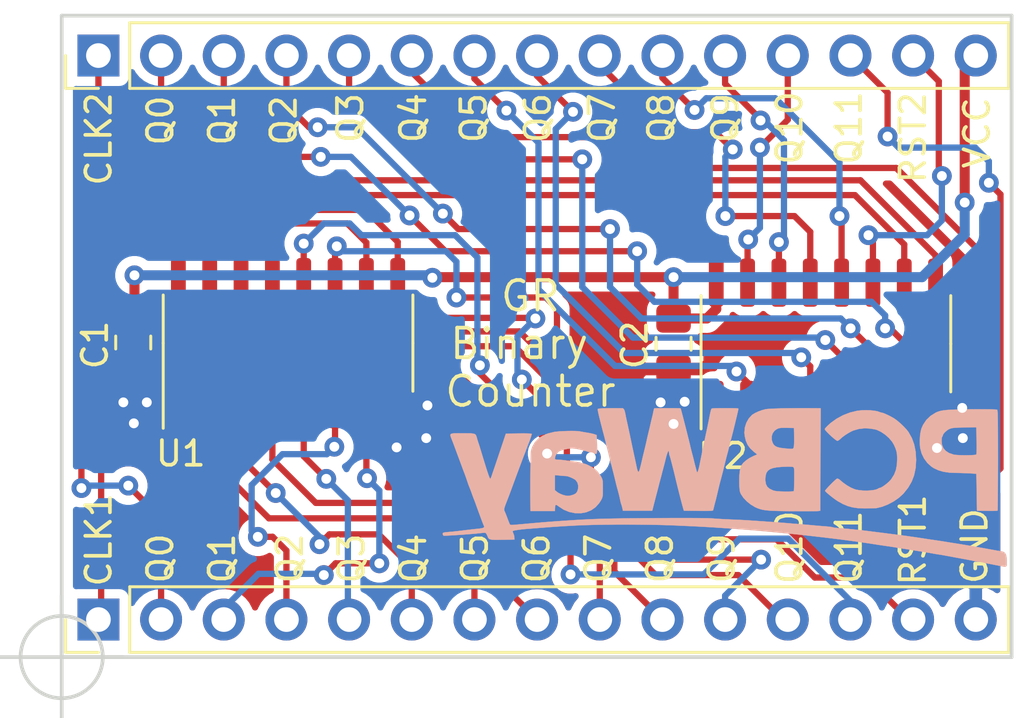
<source format=kicad_pcb>
(kicad_pcb (version 20171130) (host pcbnew "(5.1.2-1)-1")

  (general
    (thickness 1.6)
    (drawings 36)
    (tracks 344)
    (zones 0)
    (modules 7)
    (nets 31)
  )

  (page A4)
  (layers
    (0 F.Cu signal hide)
    (31 B.Cu signal)
    (32 B.Adhes user hide)
    (33 F.Adhes user hide)
    (34 B.Paste user)
    (35 F.Paste user)
    (36 B.SilkS user)
    (37 F.SilkS user)
    (38 B.Mask user hide)
    (39 F.Mask user hide)
    (40 Dwgs.User user hide)
    (41 Cmts.User user hide)
    (42 Eco1.User user hide)
    (43 Eco2.User user hide)
    (44 Edge.Cuts user)
    (45 Margin user hide)
    (46 B.CrtYd user hide)
    (47 F.CrtYd user hide)
    (48 B.Fab user hide)
    (49 F.Fab user hide)
  )

  (setup
    (last_trace_width 0.254)
    (user_trace_width 0.2032)
    (user_trace_width 0.254)
    (user_trace_width 0.3048)
    (user_trace_width 0.4064)
    (user_trace_width 0.6096)
    (user_trace_width 1.016)
    (trace_clearance 0.2)
    (zone_clearance 0.381)
    (zone_45_only yes)
    (trace_min 0.1524)
    (via_size 0.8)
    (via_drill 0.4)
    (via_min_size 0.658)
    (via_min_drill 0.3)
    (uvia_size 0.3)
    (uvia_drill 0.1)
    (uvias_allowed no)
    (uvia_min_size 0.2)
    (uvia_min_drill 0.1)
    (edge_width 0.15)
    (segment_width 0.2)
    (pcb_text_width 0.3)
    (pcb_text_size 1.5 1.5)
    (mod_edge_width 0.15)
    (mod_text_size 0.8 0.8)
    (mod_text_width 0.15)
    (pad_size 3.200001 3.200001)
    (pad_drill 3.200001)
    (pad_to_mask_clearance 0)
    (aux_axis_origin 98.511 126.521)
    (grid_origin 98.511 126.521)
    (visible_elements FFFFFF7F)
    (pcbplotparams
      (layerselection 0x010e0_ffffffff)
      (usegerberextensions false)
      (usegerberattributes false)
      (usegerberadvancedattributes false)
      (creategerberjobfile false)
      (excludeedgelayer true)
      (linewidth 0.152400)
      (plotframeref false)
      (viasonmask false)
      (mode 1)
      (useauxorigin false)
      (hpglpennumber 1)
      (hpglpenspeed 20)
      (hpglpendiameter 15.000000)
      (psnegative false)
      (psa4output false)
      (plotreference true)
      (plotvalue false)
      (plotinvisibletext false)
      (padsonsilk false)
      (subtractmaskfromsilk false)
      (outputformat 1)
      (mirror false)
      (drillshape 0)
      (scaleselection 1)
      (outputdirectory "Output/"))
  )

  (net 0 "")
  (net 1 "Net-(J1-Pad2)")
  (net 2 "Net-(J1-Pad3)")
  (net 3 "Net-(J1-Pad4)")
  (net 4 VCC)
  (net 5 GNDREF)
  (net 6 /CLK1)
  (net 7 "Net-(J1-Pad5)")
  (net 8 "Net-(J1-Pad6)")
  (net 9 "Net-(J1-Pad7)")
  (net 10 "Net-(J1-Pad8)")
  (net 11 "Net-(J1-Pad9)")
  (net 12 "Net-(J1-Pad10)")
  (net 13 "Net-(J1-Pad11)")
  (net 14 "Net-(J1-Pad12)")
  (net 15 "Net-(J1-Pad13)")
  (net 16 /RST1)
  (net 17 /RST2)
  (net 18 "Net-(J2-Pad13)")
  (net 19 "Net-(J2-Pad12)")
  (net 20 "Net-(J2-Pad11)")
  (net 21 "Net-(J2-Pad10)")
  (net 22 "Net-(J2-Pad9)")
  (net 23 "Net-(J2-Pad8)")
  (net 24 "Net-(J2-Pad7)")
  (net 25 "Net-(J2-Pad6)")
  (net 26 "Net-(J2-Pad5)")
  (net 27 "Net-(J2-Pad4)")
  (net 28 "Net-(J2-Pad3)")
  (net 29 "Net-(J2-Pad2)")
  (net 30 /CLK2)

  (net_class Default "This is the default net class."
    (clearance 0.2)
    (trace_width 0.25)
    (via_dia 0.8)
    (via_drill 0.4)
    (uvia_dia 0.3)
    (uvia_drill 0.1)
    (add_net /CLK1)
    (add_net /CLK2)
    (add_net /RST1)
    (add_net /RST2)
    (add_net GNDREF)
    (add_net "Net-(J1-Pad10)")
    (add_net "Net-(J1-Pad11)")
    (add_net "Net-(J1-Pad12)")
    (add_net "Net-(J1-Pad13)")
    (add_net "Net-(J1-Pad2)")
    (add_net "Net-(J1-Pad3)")
    (add_net "Net-(J1-Pad4)")
    (add_net "Net-(J1-Pad5)")
    (add_net "Net-(J1-Pad6)")
    (add_net "Net-(J1-Pad7)")
    (add_net "Net-(J1-Pad8)")
    (add_net "Net-(J1-Pad9)")
    (add_net "Net-(J2-Pad10)")
    (add_net "Net-(J2-Pad11)")
    (add_net "Net-(J2-Pad12)")
    (add_net "Net-(J2-Pad13)")
    (add_net "Net-(J2-Pad2)")
    (add_net "Net-(J2-Pad3)")
    (add_net "Net-(J2-Pad4)")
    (add_net "Net-(J2-Pad5)")
    (add_net "Net-(J2-Pad6)")
    (add_net "Net-(J2-Pad7)")
    (add_net "Net-(J2-Pad8)")
    (add_net "Net-(J2-Pad9)")
    (add_net VCC)
  )

  (net_class PWR ""
    (clearance 0.254)
    (trace_width 0.508)
    (via_dia 0.8)
    (via_drill 0.4)
    (uvia_dia 0.3)
    (uvia_drill 0.1)
  )

  (net_class Signals ""
    (clearance 0.254)
    (trace_width 0.4064)
    (via_dia 0.8)
    (via_drill 0.4)
    (uvia_dia 0.3)
    (uvia_drill 0.1)
  )

  (module "_Custom_Footprints:pcb way logo" locked (layer B.Cu) (tedit 0) (tstamp 65962D64)
    (at 125.386 120.321 180)
    (fp_text reference G*** (at 0 0) (layer B.SilkS) hide
      (effects (font (size 1.524 1.524) (thickness 0.3)) (justify mirror))
    )
    (fp_text value LOGO (at 0.75 0) (layer B.SilkS) hide
      (effects (font (size 1.524 1.524) (thickness 0.3)) (justify mirror))
    )
    (fp_poly (pts (xy -5.560911 3.803272) (xy -5.401501 3.788201) (xy -5.361481 3.782119) (xy -5.076571 3.712881)
      (xy -4.795154 3.603568) (xy -4.529552 3.460411) (xy -4.292089 3.289645) (xy -4.172403 3.180698)
      (xy -4.104182 3.111351) (xy -4.067054 3.067069) (xy -4.056004 3.037177) (xy -4.066021 3.011004)
      (xy -4.082614 2.98951) (xy -4.145914 2.918544) (xy -4.226202 2.837772) (xy -4.314442 2.755176)
      (xy -4.401595 2.678736) (xy -4.478625 2.616435) (xy -4.536493 2.576255) (xy -4.562821 2.5654)
      (xy -4.611019 2.583036) (xy -4.669978 2.627085) (xy -4.687898 2.644802) (xy -4.765385 2.713937)
      (xy -4.873187 2.793114) (xy -4.995161 2.871822) (xy -5.115163 2.939552) (xy -5.204077 2.980846)
      (xy -5.433434 3.047431) (xy -5.676004 3.074538) (xy -5.9055 3.060961) (xy -6.008013 3.043887)
      (xy -6.095873 3.026926) (xy -6.152947 3.013246) (xy -6.1595 3.01109) (xy -6.334764 2.928043)
      (xy -6.505094 2.813034) (xy -6.658737 2.676321) (xy -6.783938 2.528159) (xy -6.859486 2.4003)
      (xy -6.918748 2.264428) (xy -6.956631 2.151699) (xy -6.977719 2.041597) (xy -6.986598 1.913602)
      (xy -6.987951 1.825497) (xy -6.975849 1.585018) (xy -6.935027 1.377938) (xy -6.862071 1.193607)
      (xy -6.753568 1.021377) (xy -6.714078 0.971088) (xy -6.653022 0.907088) (xy -6.572446 0.836536)
      (xy -6.484014 0.768037) (xy -6.399391 0.710197) (xy -6.33024 0.671621) (xy -6.292974 0.6604)
      (xy -6.243816 0.646042) (xy -6.23443 0.639417) (xy -6.162525 0.601646) (xy -6.051915 0.573469)
      (xy -5.913856 0.555281) (xy -5.759604 0.547474) (xy -5.600413 0.550441) (xy -5.447539 0.564576)
      (xy -5.312237 0.59027) (xy -5.260917 0.605425) (xy -5.107137 0.671914) (xy -4.942548 0.767067)
      (xy -4.78661 0.878755) (xy -4.69571 0.957705) (xy -4.628347 1.011261) (xy -4.571856 1.036723)
      (xy -4.55601 1.037218) (xy -4.52428 1.017224) (xy -4.467719 0.968773) (xy -4.394591 0.900253)
      (xy -4.313161 0.820054) (xy -4.231693 0.736565) (xy -4.158452 0.658174) (xy -4.101702 0.59327)
      (xy -4.069709 0.550244) (xy -4.065589 0.539418) (xy -4.086112 0.510392) (xy -4.139138 0.459079)
      (xy -4.215794 0.392666) (xy -4.307208 0.31834) (xy -4.404508 0.243287) (xy -4.498819 0.174696)
      (xy -4.581271 0.119752) (xy -4.591249 0.113626) (xy -4.791482 0.003248) (xy -4.983731 -0.077389)
      (xy -5.181082 -0.131596) (xy -5.396619 -0.162684) (xy -5.64343 -0.173966) (xy -5.7277 -0.173965)
      (xy -5.862372 -0.172168) (xy -5.983352 -0.169393) (xy -6.07926 -0.165985) (xy -6.138712 -0.162287)
      (xy -6.1468 -0.161319) (xy -6.375963 -0.106574) (xy -6.613318 -0.013754) (xy -6.844756 0.109575)
      (xy -7.056167 0.255847) (xy -7.23344 0.417494) (xy -7.2406 0.425239) (xy -7.431262 0.662584)
      (xy -7.575989 0.91087) (xy -7.676975 1.175961) (xy -7.736416 1.463719) (xy -7.756507 1.78001)
      (xy -7.756496 1.8034) (xy -7.736786 2.124543) (xy -7.679727 2.414522) (xy -7.584026 2.67796)
      (xy -7.448391 2.919476) (xy -7.441557 2.929567) (xy -7.361341 3.030988) (xy -7.252021 3.147527)
      (xy -7.127068 3.266597) (xy -6.999958 3.37561) (xy -6.884164 3.461979) (xy -6.8453 3.486617)
      (xy -6.739634 3.545704) (xy -6.62761 3.602647) (xy -6.520935 3.652104) (xy -6.431316 3.688736)
      (xy -6.370457 3.7072) (xy -6.359195 3.7084) (xy -6.307149 3.719548) (xy -6.279806 3.731066)
      (xy -6.187409 3.762905) (xy -6.057033 3.786728) (xy -5.900965 3.801853) (xy -5.731495 3.807595)
      (xy -5.560911 3.803272)) (layer B.SilkS) (width 0.01))
    (fp_poly (pts (xy 2.532456 3.889832) (xy 2.657716 3.888599) (xy 2.760042 3.886628) (xy 2.830218 3.883908)
      (xy 2.859028 3.880425) (xy 2.859131 3.880335) (xy 2.870932 3.849669) (xy 2.886371 3.786168)
      (xy 2.894808 3.743361) (xy 2.914947 3.643707) (xy 2.937976 3.544555) (xy 2.944905 3.5179)
      (xy 2.967687 3.428532) (xy 2.992133 3.324997) (xy 3.000082 3.2893) (xy 3.021346 3.193811)
      (xy 3.042446 3.102438) (xy 3.0494 3.0734) (xy 3.069674 2.990274) (xy 3.093142 2.894069)
      (xy 3.098966 2.8702) (xy 3.119846 2.781561) (xy 3.144823 2.671285) (xy 3.162504 2.5908)
      (xy 3.186527 2.483626) (xy 3.217016 2.353188) (xy 3.247891 2.225449) (xy 3.251763 2.2098)
      (xy 3.279067 2.09902) (xy 3.304077 1.996127) (xy 3.322385 1.91929) (xy 3.325692 1.905)
      (xy 3.370361 1.711357) (xy 3.405943 1.562349) (xy 3.434031 1.452947) (xy 3.456219 1.378121)
      (xy 3.474099 1.332842) (xy 3.489267 1.312082) (xy 3.503315 1.31081) (xy 3.511903 1.317344)
      (xy 3.532784 1.356941) (xy 3.552951 1.423368) (xy 3.556475 1.439407) (xy 3.566748 1.489444)
      (xy 3.578581 1.54598) (xy 3.59377 1.617408) (xy 3.614111 1.712121) (xy 3.6414 1.838512)
      (xy 3.677433 2.004974) (xy 3.683288 2.032) (xy 3.72666 2.233467) (xy 3.769819 2.436234)
      (xy 3.808996 2.622505) (xy 3.836623 2.7559) (xy 3.852659 2.832388) (xy 3.876453 2.943748)
      (xy 3.904813 3.075248) (xy 3.934547 3.212156) (xy 3.962463 3.339738) (xy 3.985368 3.443262)
      (xy 3.990713 3.4671) (xy 4.010052 3.559329) (xy 4.026819 3.649305) (xy 4.028207 3.6576)
      (xy 4.055076 3.774527) (xy 4.089715 3.85244) (xy 4.129567 3.885945) (xy 4.136931 3.886841)
      (xy 4.345495 3.88905) (xy 4.54253 3.889209) (xy 4.721766 3.88747) (xy 4.876936 3.883988)
      (xy 5.001773 3.878914) (xy 5.090008 3.872402) (xy 5.135374 3.864605) (xy 5.139404 3.862356)
      (xy 5.145247 3.849252) (xy 5.146076 3.823156) (xy 5.140926 3.779807) (xy 5.128834 3.714939)
      (xy 5.108838 3.624291) (xy 5.079975 3.503597) (xy 5.04128 3.348596) (xy 4.991792 3.155022)
      (xy 4.930548 2.918613) (xy 4.898082 2.794) (xy 4.865476 2.667856) (xy 4.83542 2.549524)
      (xy 4.811568 2.453503) (xy 4.798909 2.4003) (xy 4.775787 2.303417) (xy 4.750453 2.204447)
      (xy 4.748478 2.1971) (xy 4.72461 2.105348) (xy 4.702627 2.015622) (xy 4.700529 2.0066)
      (xy 4.684254 1.939014) (xy 4.659926 1.841453) (xy 4.632337 1.733091) (xy 4.627545 1.7145)
      (xy 4.574801 1.509431) (xy 4.526752 1.320887) (xy 4.485181 1.155968) (xy 4.451871 1.021776)
      (xy 4.428604 0.925408) (xy 4.420272 0.889) (xy 4.40403 0.821688) (xy 4.378762 0.72453)
      (xy 4.349429 0.61652) (xy 4.343963 0.5969) (xy 4.313978 0.486584) (xy 4.286853 0.381281)
      (xy 4.267782 0.301257) (xy 4.265814 0.2921) (xy 4.247455 0.204485) (xy 4.230429 0.123255)
      (xy 4.228551 0.1143) (xy 4.209852 0.04085) (xy 4.19199 -0.0127) (xy 4.173206 -0.070618)
      (xy 4.153088 -0.148808) (xy 4.149453 -0.1651) (xy 4.1275 -0.2667) (xy 2.938047 -0.2667)
      (xy 2.893177 -0.0889) (xy 2.868086 0.009446) (xy 2.83473 0.138709) (xy 2.797818 0.280692)
      (xy 2.76824 0.3937) (xy 2.735111 0.520353) (xy 2.704769 0.637322) (xy 2.680656 0.731281)
      (xy 2.666575 0.7874) (xy 2.644522 0.873764) (xy 2.619149 0.967425) (xy 2.6162 0.9779)
      (xy 2.591168 1.069487) (xy 2.568004 1.159124) (xy 2.56572 1.1684) (xy 2.548617 1.235871)
      (xy 2.523171 1.333261) (xy 2.494379 1.441473) (xy 2.489262 1.4605) (xy 2.458044 1.578672)
      (xy 2.427239 1.699113) (xy 2.403136 1.797197) (xy 2.401672 1.8034) (xy 2.366409 1.941706)
      (xy 2.333436 2.049421) (xy 2.304562 2.122787) (xy 2.281593 2.158044) (xy 2.266338 2.151435)
      (xy 2.260605 2.0992) (xy 2.2606 2.096696) (xy 2.250875 2.020759) (xy 2.237845 1.976046)
      (xy 2.216552 1.912822) (xy 2.193209 1.831697) (xy 2.18914 1.8161) (xy 2.164181 1.718938)
      (xy 2.138513 1.619802) (xy 2.136715 1.6129) (xy 2.105263 1.490582) (xy 2.071717 1.357498)
      (xy 2.040364 1.230881) (xy 2.015491 1.127962) (xy 2.00715 1.0922) (xy 1.979587 0.975023)
      (xy 1.9433 0.825859) (xy 1.901119 0.655861) (xy 1.855878 0.476179) (xy 1.810407 0.297964)
      (xy 1.767539 0.132369) (xy 1.730106 -0.009457) (xy 1.700939 -0.116362) (xy 1.694299 -0.1397)
      (xy 1.657617 -0.2667) (xy 1.069491 -0.273519) (xy 0.872546 -0.275198) (xy 0.721329 -0.274957)
      (xy 0.610798 -0.27258) (xy 0.535909 -0.267853) (xy 0.491621 -0.260563) (xy 0.47289 -0.250495)
      (xy 0.471765 -0.248119) (xy 0.460509 -0.205967) (xy 0.442497 -0.134359) (xy 0.431364 -0.0889)
      (xy 0.408486 0.002528) (xy 0.386331 0.086547) (xy 0.378578 0.1143) (xy 0.363845 0.169982)
      (xy 0.341079 0.261377) (xy 0.313671 0.3747) (xy 0.291144 0.4699) (xy 0.259688 0.604058)
      (xy 0.236509 0.70208) (xy 0.218289 0.777292) (xy 0.201711 0.843018) (xy 0.183458 0.912583)
      (xy 0.160214 0.999311) (xy 0.148882 1.0414) (xy 0.117117 1.160106) (xy 0.0908 1.260746)
      (xy 0.064449 1.364659) (xy 0.032584 1.493186) (xy 0.026561 1.51765) (xy 0.001936 1.617732)
      (xy -0.023503 1.721121) (xy -0.026562 1.73355) (xy -0.062832 1.879468) (xy -0.091806 1.99217)
      (xy -0.117699 2.087917) (xy -0.126945 2.1209) (xy -0.151296 2.214274) (xy -0.175148 2.316539)
      (xy -0.179472 2.3368) (xy -0.202089 2.433961) (xy -0.230564 2.541967) (xy -0.240947 2.5781)
      (xy -0.261252 2.650877) (xy -0.288878 2.756031) (xy -0.321933 2.885733) (xy -0.35852 3.032157)
      (xy -0.396745 3.187475) (xy -0.434712 3.343858) (xy -0.470528 3.49348) (xy -0.502296 3.628511)
      (xy -0.528122 3.741125) (xy -0.546111 3.823494) (xy -0.554369 3.86779) (xy -0.554459 3.873179)
      (xy -0.523918 3.878961) (xy -0.45192 3.883555) (xy -0.347737 3.886966) (xy -0.220638 3.889198)
      (xy -0.079893 3.890258) (xy 0.065228 3.890149) (xy 0.205456 3.888878) (xy 0.33152 3.886448)
      (xy 0.434151 3.882866) (xy 0.504078 3.878137) (xy 0.53178 3.87258) (xy 0.547402 3.846288)
      (xy 0.564882 3.793606) (xy 0.585844 3.708127) (xy 0.611912 3.58344) (xy 0.634504 3.4671)
      (xy 0.654403 3.365556) (xy 0.680383 3.237027) (xy 0.708666 3.099806) (xy 0.735475 2.97219)
      (xy 0.757031 2.872473) (xy 0.760377 2.8575) (xy 0.77832 2.774039) (xy 0.799698 2.669324)
      (xy 0.812631 2.6035) (xy 0.832633 2.503627) (xy 0.852741 2.409423) (xy 0.8636 2.3622)
      (xy 0.880611 2.286843) (xy 0.901294 2.187928) (xy 0.914568 2.1209) (xy 0.934794 2.017764)
      (xy 0.955077 1.917249) (xy 0.965565 1.8669) (xy 0.982392 1.78543) (xy 1.003342 1.680704)
      (xy 1.018543 1.60292) (xy 1.040573 1.500504) (xy 1.065117 1.403678) (xy 1.081736 1.34892)
      (xy 1.101631 1.298561) (xy 1.116971 1.287401) (xy 1.133013 1.318881) (xy 1.155009 1.396442)
      (xy 1.155156 1.397) (xy 1.173674 1.466752) (xy 1.195299 1.547245) (xy 1.195882 1.5494)
      (xy 1.218315 1.636652) (xy 1.240966 1.730949) (xy 1.243013 1.7399) (xy 1.260969 1.814112)
      (xy 1.287227 1.916925) (xy 1.316569 2.027975) (xy 1.321081 2.0447) (xy 1.350151 2.155161)
      (xy 1.376501 2.260569) (xy 1.395068 2.340579) (xy 1.396944 2.3495) (xy 1.409668 2.405685)
      (xy 1.43209 2.498761) (xy 1.462353 2.621461) (xy 1.498601 2.766515) (xy 1.538978 2.926655)
      (xy 1.581626 3.094614) (xy 1.624689 3.263123) (xy 1.666311 3.424914) (xy 1.704635 3.572717)
      (xy 1.737804 3.699266) (xy 1.763962 3.797292) (xy 1.781252 3.859527) (xy 1.787604 3.878872)
      (xy 1.815362 3.882449) (xy 1.884695 3.885376) (xy 1.986389 3.887641) (xy 2.111228 3.889232)
      (xy 2.249996 3.890136) (xy 2.393477 3.89034) (xy 2.532456 3.889832)) (layer B.SilkS) (width 0.01))
    (fp_poly (pts (xy -10.126591 3.844228) (xy -9.929313 3.843139) (xy -9.735945 3.841192) (xy -9.553325 3.838394)
      (xy -9.38829 3.834755) (xy -9.247678 3.830284) (xy -9.138327 3.824989) (xy -9.1313 3.824541)
      (xy -8.956587 3.810675) (xy -8.820741 3.793302) (xy -8.711841 3.770008) (xy -8.617965 3.738376)
      (xy -8.5471 3.706161) (xy -8.339348 3.575875) (xy -8.169537 3.411834) (xy -8.037919 3.214314)
      (xy -7.972923 3.067989) (xy -7.940297 2.945556) (xy -7.917438 2.789796) (xy -7.905442 2.617438)
      (xy -7.905406 2.44521) (xy -7.918428 2.289839) (xy -7.920839 2.273633) (xy -7.978841 2.053731)
      (xy -8.078306 1.848794) (xy -8.213134 1.667826) (xy -8.377223 1.519831) (xy -8.473314 1.458208)
      (xy -8.658103 1.371987) (xy -8.859803 1.312819) (xy -9.08855 1.278442) (xy -9.331367 1.266769)
      (xy -9.489371 1.263875) (xy -9.664856 1.258708) (xy -9.831707 1.252114) (xy -9.9187 1.247719)
      (xy -10.1981 1.2319) (xy -10.2235 -0.2667) (xy -10.631411 -0.273655) (xy -10.77054 -0.27497)
      (xy -10.891505 -0.274108) (xy -10.985333 -0.271294) (xy -11.04305 -0.266751) (xy -11.056861 -0.263072)
      (xy -11.059598 -0.235523) (xy -11.062204 -0.161025) (xy -11.064646 -0.04343) (xy -11.066891 0.113411)
      (xy -11.068906 0.305646) (xy -11.070657 0.529424) (xy -11.072113 0.780894) (xy -11.073239 1.056204)
      (xy -11.074003 1.351503) (xy -11.074371 1.662939) (xy -11.0744 1.780735) (xy -11.074244 2.164842)
      (xy -11.074084 2.273478) (xy -10.206686 2.273478) (xy -10.205711 2.153396) (xy -10.203623 2.065736)
      (xy -10.200501 2.018535) (xy -10.19943 2.013607) (xy -10.170509 2.001425) (xy -10.100654 1.991956)
      (xy -9.999658 1.985252) (xy -9.87732 1.981367) (xy -9.743433 1.980352) (xy -9.607793 1.98226)
      (xy -9.480196 1.987143) (xy -9.370437 1.995054) (xy -9.288312 2.006046) (xy -9.275898 2.008657)
      (xy -9.094353 2.069302) (xy -8.955111 2.157988) (xy -8.857953 2.274965) (xy -8.802659 2.420484)
      (xy -8.7884 2.56289) (xy -8.792343 2.646367) (xy -8.802568 2.7078) (xy -8.8138 2.7305)
      (xy -8.835581 2.766536) (xy -8.8392 2.792544) (xy -8.857061 2.834911) (xy -8.902809 2.893041)
      (xy -8.940235 2.930168) (xy -9.005333 2.985814) (xy -9.066813 3.028095) (xy -9.133035 3.058917)
      (xy -9.21236 3.080186) (xy -9.313151 3.093808) (xy -9.443767 3.101691) (xy -9.612571 3.105741)
      (xy -9.7155 3.106939) (xy -10.1981 3.1115) (xy -10.204983 2.578757) (xy -10.20647 2.417944)
      (xy -10.206686 2.273478) (xy -11.074084 2.273478) (xy -11.073747 2.500914) (xy -11.072867 2.791711)
      (xy -11.071559 3.039997) (xy -11.069782 3.248535) (xy -11.067493 3.420088) (xy -11.064649 3.557417)
      (xy -11.061207 3.663286) (xy -11.057123 3.740457) (xy -11.052356 3.791693) (xy -11.046863 3.819757)
      (xy -11.04265 3.827039) (xy -11.009458 3.832215) (xy -10.932311 3.83647) (xy -10.818049 3.839811)
      (xy -10.673508 3.842249) (xy -10.505526 3.843791) (xy -10.320941 3.844448) (xy -10.126591 3.844228)) (layer B.SilkS) (width 0.01))
    (fp_poly (pts (xy -2.826161 3.888604) (xy -2.547899 3.885702) (xy -2.298297 3.881231) (xy -2.081536 3.875271)
      (xy -1.901796 3.867901) (xy -1.76326 3.859201) (xy -1.670106 3.849252) (xy -1.652043 3.846118)
      (xy -1.511814 3.809359) (xy -1.36666 3.756716) (xy -1.233173 3.695249) (xy -1.127946 3.632021)
      (xy -1.102665 3.612326) (xy -0.971639 3.468909) (xy -0.874304 3.295237) (xy -0.814414 3.102098)
      (xy -0.795727 2.90028) (xy -0.808041 2.766075) (xy -0.85569 2.566701) (xy -0.928239 2.401811)
      (xy -1.03359 2.258017) (xy -1.179645 2.121929) (xy -1.19592 2.108919) (xy -1.314522 2.015169)
      (xy -1.149826 1.94342) (xy -0.999404 1.865906) (xy -0.86345 1.773398) (xy -0.754307 1.675281)
      (xy -0.692679 1.595897) (xy -0.643674 1.485989) (xy -0.610219 1.343592) (xy -0.591599 1.163695)
      (xy -0.587101 0.94129) (xy -0.588446 0.8636) (xy -0.592987 0.719002) (xy -0.59942 0.614043)
      (xy -0.609397 0.537564) (xy -0.624572 0.478406) (xy -0.646597 0.425408) (xy -0.656151 0.4064)
      (xy -0.753876 0.260044) (xy -0.889112 0.116632) (xy -1.049198 -0.012941) (xy -1.221469 -0.117778)
      (xy -1.31437 -0.159979) (xy -1.391698 -0.188515) (xy -1.470346 -0.212198) (xy -1.55594 -0.231518)
      (xy -1.654109 -0.246962) (xy -1.770477 -0.259017) (xy -1.910673 -0.268171) (xy -2.080323 -0.274912)
      (xy -2.285053 -0.279728) (xy -2.530491 -0.283105) (xy -2.757815 -0.285084) (xy -2.977534 -0.286331)
      (xy -3.18365 -0.286837) (xy -3.370072 -0.286637) (xy -3.530713 -0.285766) (xy -3.659482 -0.284259)
      (xy -3.750292 -0.28215) (xy -3.797052 -0.279474) (xy -3.799215 -0.279151) (xy -3.8735 -0.266203)
      (xy -3.878041 1.184547) (xy -2.818582 1.184547) (xy -2.817073 1.021154) (xy -2.816858 1.00502)
      (xy -2.814295 0.856885) (xy -2.810974 0.726325) (xy -2.807198 0.621829) (xy -2.803269 0.551884)
      (xy -2.7998 0.525388) (xy -2.771866 0.518289) (xy -2.702553 0.512947) (xy -2.601262 0.509762)
      (xy -2.477397 0.509135) (xy -2.429524 0.509607) (xy -2.265057 0.513623) (xy -2.14102 0.521235)
      (xy -2.047109 0.533535) (xy -1.973015 0.551613) (xy -1.9466 0.560712) (xy -1.812717 0.625543)
      (xy -1.721436 0.707944) (xy -1.66763 0.815751) (xy -1.646173 0.956802) (xy -1.64544 1.021055)
      (xy -1.656934 1.158) (xy -1.689294 1.267668) (xy -1.747132 1.353053) (xy -1.835059 1.417148)
      (xy -1.957686 1.462946) (xy -2.119625 1.493441) (xy -2.325487 1.511627) (xy -2.407225 1.515575)
      (xy -2.557358 1.520242) (xy -2.663947 1.519852) (xy -2.734033 1.51405) (xy -2.774655 1.502482)
      (xy -2.783707 1.496603) (xy -2.797929 1.477928) (xy -2.808051 1.444461) (xy -2.814549 1.389125)
      (xy -2.8179 1.304845) (xy -2.818582 1.184547) (xy -3.878041 1.184547) (xy -3.879999 1.809999)
      (xy -3.88244 2.590112) (xy -2.813181 2.590112) (xy -2.810644 2.467993) (xy -2.805187 2.370719)
      (xy -2.797283 2.309616) (xy -2.79461 2.300304) (xy -2.783084 2.271876) (xy -2.768266 2.252865)
      (xy -2.741647 2.242352) (xy -2.694719 2.239416) (xy -2.618975 2.243138) (xy -2.505906 2.252598)
      (xy -2.422709 2.260096) (xy -2.259121 2.280214) (xy -2.137508 2.309326) (xy -2.049305 2.351297)
      (xy -1.985948 2.409991) (xy -1.945487 2.475399) (xy -1.902792 2.61068) (xy -1.902858 2.746357)
      (xy -1.942613 2.871848) (xy -2.018982 2.976572) (xy -2.109711 3.041016) (xy -2.165453 3.066011)
      (xy -2.221264 3.081986) (xy -2.289857 3.090538) (xy -2.383946 3.093267) (xy -2.513896 3.091816)
      (xy -2.805291 3.0861) (xy -2.812327 2.725754) (xy -2.813181 2.590112) (xy -3.88244 2.590112)
      (xy -3.886497 3.8862) (xy -3.791099 3.887089) (xy -3.451942 3.889377) (xy -3.128903 3.889855)
      (xy -2.826161 3.888604)) (layer B.SilkS) (width 0.01))
    (fp_poly (pts (xy 6.374051 2.963366) (xy 6.534973 2.958054) (xy 6.687105 2.949813) (xy 6.818563 2.938907)
      (xy 6.9088 2.927132) (xy 7.166464 2.864128) (xy 7.386143 2.769718) (xy 7.56685 2.644696)
      (xy 7.707601 2.489858) (xy 7.807409 2.305998) (xy 7.85082 2.167245) (xy 7.856694 2.116434)
      (xy 7.861997 2.019777) (xy 7.866681 1.882223) (xy 7.870695 1.708723) (xy 7.873989 1.504228)
      (xy 7.876515 1.273689) (xy 7.878221 1.022055) (xy 7.879059 0.754277) (xy 7.878978 0.475307)
      (xy 7.877928 0.190094) (xy 7.87586 -0.096411) (xy 7.874744 -0.20955) (xy 7.874 -0.2794)
      (xy 6.8834 -0.2794) (xy 6.881614 -0.18415) (xy 6.875988 -0.087279) (xy 6.859568 -0.037279)
      (xy 6.826213 -0.030437) (xy 6.769778 -0.063037) (xy 6.730917 -0.093022) (xy 6.528512 -0.224926)
      (xy 6.305413 -0.316199) (xy 6.070831 -0.364866) (xy 5.833973 -0.368954) (xy 5.620289 -0.331176)
      (xy 5.41391 -0.248277) (xy 5.235986 -0.123391) (xy 5.087186 0.042941) (xy 5.014508 0.158159)
      (xy 4.984619 0.214355) (xy 4.964065 0.263604) (xy 4.951101 0.317165) (xy 4.943982 0.386294)
      (xy 4.940965 0.482249) (xy 4.940303 0.616287) (xy 4.9403 0.637007) (xy 4.940719 0.754567)
      (xy 5.939747 0.754567) (xy 5.945868 0.621594) (xy 5.949934 0.60325) (xy 5.985283 0.499964)
      (xy 6.038919 0.43254) (xy 6.124436 0.386614) (xy 6.169343 0.371435) (xy 6.275488 0.343441)
      (xy 6.362466 0.335245) (xy 6.453554 0.346858) (xy 6.54929 0.371648) (xy 6.64924 0.40918)
      (xy 6.745627 0.459168) (xy 6.78815 0.488082) (xy 6.8834 0.563069) (xy 6.8834 1.175704)
      (xy 6.67385 1.156668) (xy 6.571854 1.147871) (xy 6.486772 1.141384) (xy 6.433388 1.138311)
      (xy 6.4262 1.138211) (xy 6.363068 1.126765) (xy 6.274708 1.096245) (xy 6.179029 1.054403)
      (xy 6.093942 1.008994) (xy 6.041338 0.971591) (xy 5.972709 0.875821) (xy 5.939747 0.754567)
      (xy 4.940719 0.754567) (xy 4.940799 0.776953) (xy 4.943465 0.877469) (xy 4.950044 0.949922)
      (xy 4.962286 1.00568) (xy 4.98194 1.056111) (xy 5.010753 1.112582) (xy 5.014534 1.119607)
      (xy 5.077448 1.217687) (xy 5.1574 1.318344) (xy 5.205034 1.368558) (xy 5.285856 1.433962)
      (xy 5.389578 1.501342) (xy 5.502645 1.563625) (xy 5.6115 1.613736) (xy 5.702589 1.644604)
      (xy 5.746355 1.651) (xy 5.803451 1.659476) (xy 5.83057 1.67261) (xy 5.865458 1.685566)
      (xy 5.937495 1.701337) (xy 6.033337 1.717163) (xy 6.0706 1.722278) (xy 6.205962 1.739909)
      (xy 6.35533 1.759424) (xy 6.486908 1.776669) (xy 6.4897 1.777036) (xy 6.600417 1.789978)
      (xy 6.704469 1.799414) (xy 6.781362 1.803521) (xy 6.78815 1.803568) (xy 6.851035 1.807548)
      (xy 6.877931 1.826093) (xy 6.8834 1.865449) (xy 6.863629 1.950347) (xy 6.812914 2.041152)
      (xy 6.744146 2.118098) (xy 6.697419 2.150531) (xy 6.612845 2.183516) (xy 6.497012 2.21509)
      (xy 6.369385 2.241073) (xy 6.249429 2.257284) (xy 6.184899 2.2606) (xy 6.081305 2.252234)
      (xy 5.945471 2.229454) (xy 5.792701 2.195742) (xy 5.6383 2.154581) (xy 5.497572 2.109451)
      (xy 5.461 2.095925) (xy 5.373424 2.066142) (xy 5.290712 2.044044) (xy 5.267809 2.039656)
      (xy 5.216272 2.035367) (xy 5.191528 2.052825) (xy 5.179982 2.104872) (xy 5.177551 2.124899)
      (xy 5.174134 2.190438) (xy 5.173761 2.291548) (xy 5.176326 2.413097) (xy 5.180242 2.511177)
      (xy 5.1943 2.799853) (xy 5.2832 2.832329) (xy 5.353341 2.852546) (xy 5.452663 2.874639)
      (xy 5.559974 2.893905) (xy 5.5626 2.894313) (xy 5.677861 2.913091) (xy 5.793439 2.93341)
      (xy 5.8801 2.950033) (xy 5.957361 2.959082) (xy 6.073362 2.964145) (xy 6.216219 2.965484)
      (xy 6.374051 2.963366)) (layer B.SilkS) (width 0.01))
    (fp_poly (pts (xy 10.941751 2.86953) (xy 11.034044 2.863302) (xy 11.090937 2.848355) (xy 11.117548 2.821094)
      (xy 11.118996 2.777928) (xy 11.1004 2.715261) (xy 11.06688 2.629502) (xy 11.046612 2.5781)
      (xy 11.003013 2.464628) (xy 10.960072 2.350996) (xy 10.926076 2.259161) (xy 10.922 2.2479)
      (xy 10.890423 2.161388) (xy 10.849025 2.049481) (xy 10.805991 1.934288) (xy 10.799753 1.9177)
      (xy 10.752167 1.790368) (xy 10.700245 1.650019) (xy 10.655045 1.526542) (xy 10.654122 1.524)
      (xy 10.616622 1.421965) (xy 10.581593 1.328856) (xy 10.555917 1.262934) (xy 10.553619 1.2573)
      (xy 10.530664 1.197148) (xy 10.498007 1.106187) (xy 10.461877 1.001846) (xy 10.453769 0.9779)
      (xy 10.416205 0.867189) (xy 10.388152 0.787235) (xy 10.363191 0.720559) (xy 10.3349 0.649682)
      (xy 10.318485 0.6096) (xy 10.294763 0.548093) (xy 10.263994 0.46356) (xy 10.248367 0.4191)
      (xy 10.216029 0.328884) (xy 10.184411 0.245514) (xy 10.172459 0.2159) (xy 10.13949 0.133185)
      (xy 10.113576 0.0635) (xy 10.060957 -0.083985) (xy 10.005294 -0.238058) (xy 9.949596 -0.3906)
      (xy 9.896869 -0.533493) (xy 9.850123 -0.658618) (xy 9.812364 -0.757855) (xy 9.786601 -0.823087)
      (xy 9.777295 -0.844205) (xy 9.754822 -0.894763) (xy 9.754404 -0.931413) (xy 9.782027 -0.957549)
      (xy 9.843676 -0.976565) (xy 9.945338 -0.991853) (xy 10.0584 -1.003577) (xy 10.154068 -1.013432)
      (xy 10.28116 -1.027601) (xy 10.420715 -1.043932) (xy 10.5156 -1.055489) (xy 10.689517 -1.076871)
      (xy 10.82766 -1.093239) (xy 10.944623 -1.106176) (xy 11.055002 -1.117266) (xy 11.173393 -1.12809)
      (xy 11.233149 -1.133294) (xy 11.332288 -1.142985) (xy 11.391112 -1.153508) (xy 11.420014 -1.168775)
      (xy 11.429385 -1.1927) (xy 11.429999 -1.207411) (xy 11.415964 -1.258174) (xy 11.394359 -1.278241)
      (xy 11.36101 -1.279792) (xy 11.2848 -1.277645) (xy 11.173489 -1.272337) (xy 11.03484 -1.264408)
      (xy 10.876613 -1.254396) (xy 10.706569 -1.24284) (xy 10.532471 -1.230279) (xy 10.36208 -1.217251)
      (xy 10.203156 -1.204296) (xy 10.063462 -1.191951) (xy 9.950758 -1.180756) (xy 9.8933 -1.174049)
      (xy 9.80487 -1.164727) (xy 9.733206 -1.160864) (xy 9.701121 -1.162365) (xy 9.670543 -1.189154)
      (xy 9.635625 -1.249055) (xy 9.616279 -1.295641) (xy 9.597266 -1.345398) (xy 9.576233 -1.383223)
      (xy 9.546533 -1.410619) (xy 9.501522 -1.429087) (xy 9.434553 -1.440129) (xy 9.338983 -1.445248)
      (xy 9.208164 -1.445945) (xy 9.035453 -1.443723) (xy 8.9662 -1.442572) (xy 8.5217 -1.4351)
      (xy 8.526639 -1.345472) (xy 8.541657 -1.259388) (xy 8.569789 -1.182194) (xy 8.59313 -1.126869)
      (xy 8.597948 -1.092496) (xy 8.597406 -1.091402) (xy 8.566632 -1.078136) (xy 8.494993 -1.062243)
      (xy 8.392259 -1.045187) (xy 8.268202 -1.028429) (xy 8.132591 -1.013435) (xy 8.001 -1.002085)
      (xy 7.880738 -0.993106) (xy 7.732557 -0.981733) (xy 7.579169 -0.969721) (xy 7.493 -0.96285)
      (xy 7.010429 -0.925824) (xy 6.563164 -0.89557) (xy 6.138348 -0.871582) (xy 5.723121 -0.853352)
      (xy 5.304626 -0.840373) (xy 4.870005 -0.832137) (xy 4.406399 -0.828138) (xy 4.064 -0.827582)
      (xy 3.70564 -0.828459) (xy 3.376837 -0.830693) (xy 3.068014 -0.834549) (xy 2.769592 -0.840297)
      (xy 2.471992 -0.848203) (xy 2.165636 -0.858535) (xy 1.840947 -0.871562) (xy 1.488346 -0.88755)
      (xy 1.098255 -0.906768) (xy 0.9398 -0.91489) (xy 0.623408 -0.932526) (xy 0.274421 -0.954221)
      (xy -0.095155 -0.979089) (xy -0.473314 -1.006244) (xy -0.84805 -1.034797) (xy -1.207356 -1.063862)
      (xy -1.539228 -1.092553) (xy -1.8161 -1.118453) (xy -1.964562 -1.132806) (xy -2.127038 -1.148199)
      (xy -2.277416 -1.16217) (xy -2.3368 -1.167572) (xy -2.514025 -1.184428) (xy -2.732042 -1.206598)
      (xy -2.981247 -1.232996) (xy -3.252037 -1.262535) (xy -3.534808 -1.294128) (xy -3.819957 -1.326689)
      (xy -4.097881 -1.35913) (xy -4.358976 -1.390366) (xy -4.593638 -1.419309) (xy -4.792265 -1.444872)
      (xy -4.81965 -1.448522) (xy -4.948405 -1.465751) (xy -5.091174 -1.484818) (xy -5.18795 -1.49772)
      (xy -5.472592 -1.536675) (xy -5.742159 -1.575588) (xy -5.8928 -1.598426) (xy -6.103288 -1.630921)
      (xy -6.273467 -1.656851) (xy -6.413186 -1.677699) (xy -6.532297 -1.694942) (xy -6.5786 -1.701473)
      (xy -6.700755 -1.719395) (xy -6.834931 -1.740296) (xy -6.9088 -1.752401) (xy -7.02736 -1.771951)
      (xy -7.154652 -1.792293) (xy -7.2263 -1.8034) (xy -7.344215 -1.821722) (xy -7.472588 -1.842243)
      (xy -7.5311 -1.851822) (xy -7.625804 -1.867225) (xy -7.749763 -1.886994) (xy -7.882022 -1.907799)
      (xy -7.9375 -1.91643) (xy -8.076352 -1.938647) (xy -8.225299 -1.963595) (xy -8.358626 -1.986937)
      (xy -8.396499 -1.99386) (xy -8.503232 -2.013103) (xy -8.599587 -2.029466) (xy -8.667548 -2.03991)
      (xy -8.675899 -2.040991) (xy -8.713272 -2.046171) (xy -8.766917 -2.054833) (xy -8.843103 -2.068099)
      (xy -8.948101 -2.087093) (xy -9.088178 -2.112939) (xy -9.269605 -2.146759) (xy -9.3472 -2.161281)
      (xy -9.460378 -2.182322) (xy -9.582291 -2.20476) (xy -9.6266 -2.212846) (xy -9.78495 -2.241744)
      (xy -9.902302 -2.263488) (xy -9.987668 -2.279849) (xy -10.050061 -2.292596) (xy -10.098493 -2.3035)
      (xy -10.137547 -2.313188) (xy -10.222708 -2.329583) (xy -10.302451 -2.336785) (xy -10.305207 -2.3368)
      (xy -10.389259 -2.344859) (xy -10.45466 -2.359459) (xy -10.522408 -2.377393) (xy -10.614094 -2.398167)
      (xy -10.668 -2.409133) (xy -10.754195 -2.425812) (xy -10.871623 -2.448549) (xy -11.001646 -2.473736)
      (xy -11.075636 -2.488073) (xy -11.215799 -2.515642) (xy -11.31334 -2.532315) (xy -11.375922 -2.534407)
      (xy -11.411207 -2.518235) (xy -11.426859 -2.480114) (xy -11.430538 -2.41636) (xy -11.429913 -2.32329)
      (xy -11.429906 -2.31775) (xy -11.422505 -2.162627) (xy -11.398697 -2.050643) (xy -11.35584 -1.976033)
      (xy -11.291294 -1.933037) (xy -11.248185 -1.921243) (xy -11.173025 -1.907653) (xy -11.076152 -1.890428)
      (xy -11.0236 -1.881187) (xy -10.912621 -1.861549) (xy -10.790409 -1.839613) (xy -10.73785 -1.830069)
      (xy -10.519036 -1.79046) (xy -10.293835 -1.750321) (xy -10.07161 -1.711273) (xy -9.861723 -1.674935)
      (xy -9.673534 -1.642929) (xy -9.516406 -1.616876) (xy -9.399701 -1.598394) (xy -9.398 -1.598137)
      (xy -9.279182 -1.579733) (xy -9.151668 -1.559339) (xy -9.0805 -1.547618) (xy -8.848233 -1.510123)
      (xy -8.590469 -1.470995) (xy -8.4328 -1.448164) (xy -8.310512 -1.430283) (xy -8.176216 -1.409896)
      (xy -8.1026 -1.398354) (xy -7.984204 -1.379923) (xy -7.850051 -1.359726) (xy -7.7597 -1.346534)
      (xy -7.63307 -1.328344) (xy -7.493061 -1.308145) (xy -7.4041 -1.295261) (xy -7.2849 -1.27858)
      (xy -7.146108 -1.260064) (xy -7.0231 -1.244389) (xy -6.891528 -1.227993) (xy -6.7471 -1.209736)
      (xy -6.6294 -1.194644) (xy -6.504381 -1.178577) (xy -6.360295 -1.160258) (xy -6.22935 -1.143779)
      (xy -6.092834 -1.126668) (xy -5.94003 -1.107434) (xy -5.81025 -1.091028) (xy -5.611587 -1.066931)
      (xy -5.399058 -1.043047) (xy -5.18541 -1.020659) (xy -4.983395 -1.001055) (xy -4.805763 -0.985521)
      (xy -4.665262 -0.975343) (xy -4.6609 -0.975084) (xy -4.552447 -0.966681) (xy -4.458922 -0.955795)
      (xy -4.395258 -0.944304) (xy -4.3815 -0.939959) (xy -4.333971 -0.928502) (xy -4.250626 -0.916483)
      (xy -4.146384 -0.905899) (xy -4.1021 -0.90251) (xy -3.967084 -0.892391) (xy -3.809864 -0.879425)
      (xy -3.658769 -0.865973) (xy -3.6195 -0.862256) (xy -3.485673 -0.849858) (xy -3.324313 -0.835644)
      (xy -3.158541 -0.821621) (xy -3.048 -0.812655) (xy -2.887342 -0.799751) (xy -2.708169 -0.785069)
      (xy -2.53639 -0.770746) (xy -2.4384 -0.762418) (xy -2.303186 -0.751343) (xy -2.136186 -0.73848)
      (xy -1.956314 -0.725246) (xy -1.782484 -0.713054) (xy -1.7399 -0.710182) (xy -1.564178 -0.698399)
      (xy -1.371013 -0.685368) (xy -1.181737 -0.672531) (xy -1.017682 -0.661333) (xy -0.9906 -0.659474)
      (xy -0.831218 -0.649552) (xy -0.643355 -0.639458) (xy -0.449316 -0.63031) (xy -0.271404 -0.623222)
      (xy -0.254 -0.622624) (xy -0.082693 -0.615607) (xy 0.103789 -0.605934) (xy 0.284472 -0.594807)
      (xy 0.438378 -0.583429) (xy 0.4572 -0.581832) (xy 0.558902 -0.575794) (xy 0.711224 -0.570909)
      (xy 0.913997 -0.567179) (xy 1.167054 -0.564605) (xy 1.470227 -0.563187) (xy 1.823348 -0.562927)
      (xy 2.226249 -0.563826) (xy 2.678763 -0.565884) (xy 2.8194 -0.566699) (xy 3.244497 -0.569491)
      (xy 3.624182 -0.572519) (xy 3.963842 -0.575927) (xy 4.268864 -0.579858) (xy 4.544637 -0.584457)
      (xy 4.796546 -0.589867) (xy 5.029981 -0.596232) (xy 5.250328 -0.603696) (xy 5.462974 -0.612402)
      (xy 5.673308 -0.622495) (xy 5.886716 -0.634118) (xy 6.108586 -0.647415) (xy 6.2992 -0.659576)
      (xy 6.544222 -0.675725) (xy 6.760931 -0.690472) (xy 6.959533 -0.704625) (xy 7.150233 -0.718991)
      (xy 7.343241 -0.734378) (xy 7.548761 -0.751594) (xy 7.777001 -0.771447) (xy 8.038167 -0.794743)
      (xy 8.255 -0.814346) (xy 8.412969 -0.828557) (xy 8.527733 -0.838136) (xy 8.606675 -0.843058)
      (xy 8.65718 -0.843297) (xy 8.686633 -0.83883) (xy 8.702418 -0.829631) (xy 8.711919 -0.815675)
      (xy 8.713456 -0.8128) (xy 8.731032 -0.772796) (xy 8.760765 -0.698334) (xy 8.797412 -0.602683)
      (xy 8.813821 -0.5588) (xy 8.852285 -0.457189) (xy 8.886587 -0.370198) (xy 8.911262 -0.311548)
      (xy 8.917372 -0.298794) (xy 8.933576 -0.262712) (xy 8.940378 -0.225145) (xy 8.935878 -0.177617)
      (xy 8.918179 -0.111648) (xy 8.885381 -0.018762) (xy 8.835587 0.109521) (xy 8.813494 0.1651)
      (xy 8.78775 0.231507) (xy 8.748976 0.333767) (xy 8.701601 0.460031) (xy 8.650052 0.598447)
      (xy 8.598756 0.737162) (xy 8.552143 0.864327) (xy 8.547783 0.8763) (xy 8.512579 0.972337)
      (xy 8.46743 1.094461) (xy 8.415499 1.234222) (xy 8.359952 1.38317) (xy 8.303953 1.532857)
      (xy 8.250667 1.674831) (xy 8.203258 1.800644) (xy 8.164892 1.901845) (xy 8.138732 1.969985)
      (xy 8.129203 1.9939) (xy 8.10913 2.044316) (xy 8.079028 2.123562) (xy 8.0518 2.1971)
      (xy 8.010221 2.310243) (xy 7.980629 2.389119) (xy 7.957808 2.447263) (xy 7.936543 2.49821)
      (xy 7.929477 2.5146) (xy 7.902851 2.582545) (xy 7.873575 2.666703) (xy 7.847018 2.750326)
      (xy 7.828547 2.816664) (xy 7.8232 2.846203) (xy 7.848086 2.854948) (xy 7.92081 2.861165)
      (xy 8.038467 2.864755) (xy 8.19815 2.865617) (xy 8.347393 2.864366) (xy 8.871586 2.8575)
      (xy 9.118463 2.1209) (xy 9.180564 1.935835) (xy 9.237928 1.76532) (xy 9.288441 1.615596)
      (xy 9.329995 1.492905) (xy 9.360477 1.403488) (xy 9.377777 1.353585) (xy 9.380488 1.3462)
      (xy 9.396405 1.301406) (xy 9.420854 1.227703) (xy 9.437968 1.174365) (xy 9.464605 1.098384)
      (xy 9.488255 1.044701) (xy 9.499426 1.028808) (xy 9.51083 1.033261) (xy 9.527373 1.060235)
      (xy 9.550191 1.113073) (xy 9.580419 1.195115) (xy 9.619192 1.309702) (xy 9.667646 1.460177)
      (xy 9.726917 1.64988) (xy 9.798139 1.882153) (xy 9.87054 2.1209) (xy 9.907529 2.242238)
      (xy 9.940803 2.349402) (xy 9.966793 2.431025) (xy 9.981929 2.475741) (xy 9.982219 2.4765)
      (xy 10.001098 2.531929) (xy 10.025215 2.610725) (xy 10.034115 2.6416) (xy 10.055404 2.717587)
      (xy 10.075167 2.774588) (xy 10.100501 2.815326) (xy 10.138501 2.84252) (xy 10.196264 2.858889)
      (xy 10.280884 2.867154) (xy 10.399458 2.870035) (xy 10.559082 2.870251) (xy 10.630485 2.8702)
      (xy 10.808938 2.870632) (xy 10.941751 2.86953)) (layer B.SilkS) (width 0.01))
  )

  (module Capacitor_SMD:C_0805_2012Metric_Pad1.15x1.40mm_HandSolder (layer F.Cu) (tedit 5B36C52B) (tstamp 6595C3E5)
    (at 101.411 113.771001 270)
    (descr "Capacitor SMD 0805 (2012 Metric), square (rectangular) end terminal, IPC_7351 nominal with elongated pad for handsoldering. (Body size source: https://docs.google.com/spreadsheets/d/1BsfQQcO9C6DZCsRaXUlFlo91Tg2WpOkGARC1WS5S8t0/edit?usp=sharing), generated with kicad-footprint-generator")
    (tags "capacitor handsolder")
    (path /6596BC9C)
    (attr smd)
    (fp_text reference C1 (at 0.099999 1.55 90) (layer F.SilkS)
      (effects (font (size 1 1) (thickness 0.15)))
    )
    (fp_text value 100nF (at 0 1.65 90) (layer F.Fab)
      (effects (font (size 1 1) (thickness 0.15)))
    )
    (fp_line (start -1 0.6) (end -1 -0.6) (layer F.Fab) (width 0.1))
    (fp_line (start -1 -0.6) (end 1 -0.6) (layer F.Fab) (width 0.1))
    (fp_line (start 1 -0.6) (end 1 0.6) (layer F.Fab) (width 0.1))
    (fp_line (start 1 0.6) (end -1 0.6) (layer F.Fab) (width 0.1))
    (fp_line (start -0.261252 -0.71) (end 0.261252 -0.71) (layer F.SilkS) (width 0.12))
    (fp_line (start -0.261252 0.71) (end 0.261252 0.71) (layer F.SilkS) (width 0.12))
    (fp_line (start -1.85 0.95) (end -1.85 -0.95) (layer F.CrtYd) (width 0.05))
    (fp_line (start -1.85 -0.95) (end 1.85 -0.95) (layer F.CrtYd) (width 0.05))
    (fp_line (start 1.85 -0.95) (end 1.85 0.95) (layer F.CrtYd) (width 0.05))
    (fp_line (start 1.85 0.95) (end -1.85 0.95) (layer F.CrtYd) (width 0.05))
    (fp_text user %R (at 0 0 90) (layer F.Fab)
      (effects (font (size 0.5 0.5) (thickness 0.08)))
    )
    (pad 1 smd roundrect (at -1.025 0 270) (size 1.15 1.4) (layers F.Cu F.Paste F.Mask) (roundrect_rratio 0.217391)
      (net 4 VCC))
    (pad 2 smd roundrect (at 1.025 0 270) (size 1.15 1.4) (layers F.Cu F.Paste F.Mask) (roundrect_rratio 0.217391)
      (net 5 GNDREF))
    (model ${KISYS3DMOD}/Capacitor_SMD.3dshapes/C_0805_2012Metric.wrl
      (at (xyz 0 0 0))
      (scale (xyz 1 1 1))
      (rotate (xyz 0 0 0))
    )
  )

  (module Capacitor_SMD:C_0805_2012Metric_Pad1.15x1.40mm_HandSolder (layer F.Cu) (tedit 5B36C52B) (tstamp 6595C3F6)
    (at 123.311 113.820999 270)
    (descr "Capacitor SMD 0805 (2012 Metric), square (rectangular) end terminal, IPC_7351 nominal with elongated pad for handsoldering. (Body size source: https://docs.google.com/spreadsheets/d/1BsfQQcO9C6DZCsRaXUlFlo91Tg2WpOkGARC1WS5S8t0/edit?usp=sharing), generated with kicad-footprint-generator")
    (tags "capacitor handsolder")
    (path /659900E7)
    (attr smd)
    (fp_text reference C2 (at 0.050001 1.575 90) (layer F.SilkS)
      (effects (font (size 1 1) (thickness 0.15)))
    )
    (fp_text value 100nF (at 0 1.65 90) (layer F.Fab)
      (effects (font (size 1 1) (thickness 0.15)))
    )
    (fp_text user %R (at 0 0 90) (layer F.Fab)
      (effects (font (size 0.5 0.5) (thickness 0.08)))
    )
    (fp_line (start 1.85 0.95) (end -1.85 0.95) (layer F.CrtYd) (width 0.05))
    (fp_line (start 1.85 -0.95) (end 1.85 0.95) (layer F.CrtYd) (width 0.05))
    (fp_line (start -1.85 -0.95) (end 1.85 -0.95) (layer F.CrtYd) (width 0.05))
    (fp_line (start -1.85 0.95) (end -1.85 -0.95) (layer F.CrtYd) (width 0.05))
    (fp_line (start -0.261252 0.71) (end 0.261252 0.71) (layer F.SilkS) (width 0.12))
    (fp_line (start -0.261252 -0.71) (end 0.261252 -0.71) (layer F.SilkS) (width 0.12))
    (fp_line (start 1 0.6) (end -1 0.6) (layer F.Fab) (width 0.1))
    (fp_line (start 1 -0.6) (end 1 0.6) (layer F.Fab) (width 0.1))
    (fp_line (start -1 -0.6) (end 1 -0.6) (layer F.Fab) (width 0.1))
    (fp_line (start -1 0.6) (end -1 -0.6) (layer F.Fab) (width 0.1))
    (pad 2 smd roundrect (at 1.025 0 270) (size 1.15 1.4) (layers F.Cu F.Paste F.Mask) (roundrect_rratio 0.217391)
      (net 5 GNDREF))
    (pad 1 smd roundrect (at -1.025 0 270) (size 1.15 1.4) (layers F.Cu F.Paste F.Mask) (roundrect_rratio 0.217391)
      (net 4 VCC))
    (model ${KISYS3DMOD}/Capacitor_SMD.3dshapes/C_0805_2012Metric.wrl
      (at (xyz 0 0 0))
      (scale (xyz 1 1 1))
      (rotate (xyz 0 0 0))
    )
  )

  (module Connector_PinHeader_2.54mm:PinHeader_1x15_P2.54mm_Vertical (layer F.Cu) (tedit 59FED5CC) (tstamp 6595C419)
    (at 100 125 90)
    (descr "Through hole straight pin header, 1x15, 2.54mm pitch, single row")
    (tags "Through hole pin header THT 1x15 2.54mm single row")
    (path /65989F40)
    (fp_text reference J1 (at 4.229 17.761 180) (layer F.SilkS) hide
      (effects (font (size 1 1) (thickness 0.15)))
    )
    (fp_text value Conn_01x15 (at 0 37.89 90) (layer F.Fab)
      (effects (font (size 1 1) (thickness 0.15)))
    )
    (fp_line (start -0.635 -1.27) (end 1.27 -1.27) (layer F.Fab) (width 0.1))
    (fp_line (start 1.27 -1.27) (end 1.27 36.83) (layer F.Fab) (width 0.1))
    (fp_line (start 1.27 36.83) (end -1.27 36.83) (layer F.Fab) (width 0.1))
    (fp_line (start -1.27 36.83) (end -1.27 -0.635) (layer F.Fab) (width 0.1))
    (fp_line (start -1.27 -0.635) (end -0.635 -1.27) (layer F.Fab) (width 0.1))
    (fp_line (start -1.33 36.89) (end 1.33 36.89) (layer F.SilkS) (width 0.12))
    (fp_line (start -1.33 1.27) (end -1.33 36.89) (layer F.SilkS) (width 0.12))
    (fp_line (start 1.33 1.27) (end 1.33 36.89) (layer F.SilkS) (width 0.12))
    (fp_line (start -1.33 1.27) (end 1.33 1.27) (layer F.SilkS) (width 0.12))
    (fp_line (start -1.33 0) (end -1.33 -1.33) (layer F.SilkS) (width 0.12))
    (fp_line (start -1.33 -1.33) (end 0 -1.33) (layer F.SilkS) (width 0.12))
    (fp_line (start -1.8 -1.8) (end -1.8 37.35) (layer F.CrtYd) (width 0.05))
    (fp_line (start -1.8 37.35) (end 1.8 37.35) (layer F.CrtYd) (width 0.05))
    (fp_line (start 1.8 37.35) (end 1.8 -1.8) (layer F.CrtYd) (width 0.05))
    (fp_line (start 1.8 -1.8) (end -1.8 -1.8) (layer F.CrtYd) (width 0.05))
    (fp_text user %R (at 0 17.78) (layer F.Fab)
      (effects (font (size 1 1) (thickness 0.15)))
    )
    (pad 1 thru_hole rect (at 0 0 90) (size 1.7 1.7) (drill 1) (layers *.Cu *.Mask)
      (net 6 /CLK1))
    (pad 2 thru_hole oval (at 0 2.54 90) (size 1.7 1.7) (drill 1) (layers *.Cu *.Mask)
      (net 1 "Net-(J1-Pad2)"))
    (pad 3 thru_hole oval (at 0 5.08 90) (size 1.7 1.7) (drill 1) (layers *.Cu *.Mask)
      (net 2 "Net-(J1-Pad3)"))
    (pad 4 thru_hole oval (at 0 7.62 90) (size 1.7 1.7) (drill 1) (layers *.Cu *.Mask)
      (net 3 "Net-(J1-Pad4)"))
    (pad 5 thru_hole oval (at 0 10.16 90) (size 1.7 1.7) (drill 1) (layers *.Cu *.Mask)
      (net 7 "Net-(J1-Pad5)"))
    (pad 6 thru_hole oval (at 0 12.7 90) (size 1.7 1.7) (drill 1) (layers *.Cu *.Mask)
      (net 8 "Net-(J1-Pad6)"))
    (pad 7 thru_hole oval (at 0 15.24 90) (size 1.7 1.7) (drill 1) (layers *.Cu *.Mask)
      (net 9 "Net-(J1-Pad7)"))
    (pad 8 thru_hole oval (at 0 17.78 90) (size 1.7 1.7) (drill 1) (layers *.Cu *.Mask)
      (net 10 "Net-(J1-Pad8)"))
    (pad 9 thru_hole oval (at 0 20.32 90) (size 1.7 1.7) (drill 1) (layers *.Cu *.Mask)
      (net 11 "Net-(J1-Pad9)"))
    (pad 10 thru_hole oval (at 0 22.86 90) (size 1.7 1.7) (drill 1) (layers *.Cu *.Mask)
      (net 12 "Net-(J1-Pad10)"))
    (pad 11 thru_hole oval (at 0 25.4 90) (size 1.7 1.7) (drill 1) (layers *.Cu *.Mask)
      (net 13 "Net-(J1-Pad11)"))
    (pad 12 thru_hole oval (at 0 27.94 90) (size 1.7 1.7) (drill 1) (layers *.Cu *.Mask)
      (net 14 "Net-(J1-Pad12)"))
    (pad 13 thru_hole oval (at 0 30.48 90) (size 1.7 1.7) (drill 1) (layers *.Cu *.Mask)
      (net 15 "Net-(J1-Pad13)"))
    (pad 14 thru_hole oval (at 0 33.02 90) (size 1.7 1.7) (drill 1) (layers *.Cu *.Mask)
      (net 16 /RST1))
    (pad 15 thru_hole oval (at 0 35.56 90) (size 1.7 1.7) (drill 1) (layers *.Cu *.Mask)
      (net 5 GNDREF))
    (model ${KISYS3DMOD}/Connector_PinHeader_2.54mm.3dshapes/PinHeader_1x15_P2.54mm_Vertical.wrl
      (at (xyz 0 0 0))
      (scale (xyz 1 1 1))
      (rotate (xyz 0 0 0))
    )
  )

  (module Connector_PinHeader_2.54mm:PinHeader_1x15_P2.54mm_Vertical (layer F.Cu) (tedit 59FED5CC) (tstamp 6595C43C)
    (at 100 102.14 90)
    (descr "Through hole straight pin header, 1x15, 2.54mm pitch, single row")
    (tags "Through hole pin header THT 1x15 2.54mm single row")
    (path /6599011B)
    (fp_text reference J2 (at -4.531 17.761 180) (layer F.SilkS) hide
      (effects (font (size 1 1) (thickness 0.15)))
    )
    (fp_text value Conn_01x15 (at 0 37.89 90) (layer F.Fab)
      (effects (font (size 1 1) (thickness 0.15)))
    )
    (fp_text user %R (at 0 17.78) (layer F.Fab)
      (effects (font (size 1 1) (thickness 0.15)))
    )
    (fp_line (start 1.8 -1.8) (end -1.8 -1.8) (layer F.CrtYd) (width 0.05))
    (fp_line (start 1.8 37.35) (end 1.8 -1.8) (layer F.CrtYd) (width 0.05))
    (fp_line (start -1.8 37.35) (end 1.8 37.35) (layer F.CrtYd) (width 0.05))
    (fp_line (start -1.8 -1.8) (end -1.8 37.35) (layer F.CrtYd) (width 0.05))
    (fp_line (start -1.33 -1.33) (end 0 -1.33) (layer F.SilkS) (width 0.12))
    (fp_line (start -1.33 0) (end -1.33 -1.33) (layer F.SilkS) (width 0.12))
    (fp_line (start -1.33 1.27) (end 1.33 1.27) (layer F.SilkS) (width 0.12))
    (fp_line (start 1.33 1.27) (end 1.33 36.89) (layer F.SilkS) (width 0.12))
    (fp_line (start -1.33 1.27) (end -1.33 36.89) (layer F.SilkS) (width 0.12))
    (fp_line (start -1.33 36.89) (end 1.33 36.89) (layer F.SilkS) (width 0.12))
    (fp_line (start -1.27 -0.635) (end -0.635 -1.27) (layer F.Fab) (width 0.1))
    (fp_line (start -1.27 36.83) (end -1.27 -0.635) (layer F.Fab) (width 0.1))
    (fp_line (start 1.27 36.83) (end -1.27 36.83) (layer F.Fab) (width 0.1))
    (fp_line (start 1.27 -1.27) (end 1.27 36.83) (layer F.Fab) (width 0.1))
    (fp_line (start -0.635 -1.27) (end 1.27 -1.27) (layer F.Fab) (width 0.1))
    (pad 15 thru_hole oval (at 0 35.56 90) (size 1.7 1.7) (drill 1) (layers *.Cu *.Mask)
      (net 4 VCC))
    (pad 14 thru_hole oval (at 0 33.02 90) (size 1.7 1.7) (drill 1) (layers *.Cu *.Mask)
      (net 17 /RST2))
    (pad 13 thru_hole oval (at 0 30.48 90) (size 1.7 1.7) (drill 1) (layers *.Cu *.Mask)
      (net 18 "Net-(J2-Pad13)"))
    (pad 12 thru_hole oval (at 0 27.94 90) (size 1.7 1.7) (drill 1) (layers *.Cu *.Mask)
      (net 19 "Net-(J2-Pad12)"))
    (pad 11 thru_hole oval (at 0 25.4 90) (size 1.7 1.7) (drill 1) (layers *.Cu *.Mask)
      (net 20 "Net-(J2-Pad11)"))
    (pad 10 thru_hole oval (at 0 22.86 90) (size 1.7 1.7) (drill 1) (layers *.Cu *.Mask)
      (net 21 "Net-(J2-Pad10)"))
    (pad 9 thru_hole oval (at 0 20.32 90) (size 1.7 1.7) (drill 1) (layers *.Cu *.Mask)
      (net 22 "Net-(J2-Pad9)"))
    (pad 8 thru_hole oval (at 0 17.78 90) (size 1.7 1.7) (drill 1) (layers *.Cu *.Mask)
      (net 23 "Net-(J2-Pad8)"))
    (pad 7 thru_hole oval (at 0 15.24 90) (size 1.7 1.7) (drill 1) (layers *.Cu *.Mask)
      (net 24 "Net-(J2-Pad7)"))
    (pad 6 thru_hole oval (at 0 12.7 90) (size 1.7 1.7) (drill 1) (layers *.Cu *.Mask)
      (net 25 "Net-(J2-Pad6)"))
    (pad 5 thru_hole oval (at 0 10.16 90) (size 1.7 1.7) (drill 1) (layers *.Cu *.Mask)
      (net 26 "Net-(J2-Pad5)"))
    (pad 4 thru_hole oval (at 0 7.62 90) (size 1.7 1.7) (drill 1) (layers *.Cu *.Mask)
      (net 27 "Net-(J2-Pad4)"))
    (pad 3 thru_hole oval (at 0 5.08 90) (size 1.7 1.7) (drill 1) (layers *.Cu *.Mask)
      (net 28 "Net-(J2-Pad3)"))
    (pad 2 thru_hole oval (at 0 2.54 90) (size 1.7 1.7) (drill 1) (layers *.Cu *.Mask)
      (net 29 "Net-(J2-Pad2)"))
    (pad 1 thru_hole rect (at 0 0 90) (size 1.7 1.7) (drill 1) (layers *.Cu *.Mask)
      (net 30 /CLK2))
    (model ${KISYS3DMOD}/Connector_PinHeader_2.54mm.3dshapes/PinHeader_1x15_P2.54mm_Vertical.wrl
      (at (xyz 0 0 0))
      (scale (xyz 1 1 1))
      (rotate (xyz 0 0 0))
    )
  )

  (module Package_SO:SOIC-16_3.9x9.9mm_P1.27mm (layer F.Cu) (tedit 5C97300E) (tstamp 6595C45E)
    (at 107.686 113.796 90)
    (descr "SOIC, 16 Pin (JEDEC MS-012AC, https://www.analog.com/media/en/package-pcb-resources/package/pkg_pdf/soic_narrow-r/r_16.pdf), generated with kicad-footprint-generator ipc_gullwing_generator.py")
    (tags "SOIC SO")
    (path /6595BA9D)
    (attr smd)
    (fp_text reference U1 (at -4.475 -4.35 180) (layer F.SilkS)
      (effects (font (size 1 1) (thickness 0.15)))
    )
    (fp_text value 4040 (at 0 5.9 90) (layer F.Fab)
      (effects (font (size 1 1) (thickness 0.15)))
    )
    (fp_line (start 0 5.06) (end 1.95 5.06) (layer F.SilkS) (width 0.12))
    (fp_line (start 0 5.06) (end -1.95 5.06) (layer F.SilkS) (width 0.12))
    (fp_line (start 0 -5.06) (end 1.95 -5.06) (layer F.SilkS) (width 0.12))
    (fp_line (start 0 -5.06) (end -3.45 -5.06) (layer F.SilkS) (width 0.12))
    (fp_line (start -0.975 -4.95) (end 1.95 -4.95) (layer F.Fab) (width 0.1))
    (fp_line (start 1.95 -4.95) (end 1.95 4.95) (layer F.Fab) (width 0.1))
    (fp_line (start 1.95 4.95) (end -1.95 4.95) (layer F.Fab) (width 0.1))
    (fp_line (start -1.95 4.95) (end -1.95 -3.975) (layer F.Fab) (width 0.1))
    (fp_line (start -1.95 -3.975) (end -0.975 -4.95) (layer F.Fab) (width 0.1))
    (fp_line (start -3.7 -5.2) (end -3.7 5.2) (layer F.CrtYd) (width 0.05))
    (fp_line (start -3.7 5.2) (end 3.7 5.2) (layer F.CrtYd) (width 0.05))
    (fp_line (start 3.7 5.2) (end 3.7 -5.2) (layer F.CrtYd) (width 0.05))
    (fp_line (start 3.7 -5.2) (end -3.7 -5.2) (layer F.CrtYd) (width 0.05))
    (fp_text user %R (at 0 0 90) (layer F.Fab)
      (effects (font (size 0.98 0.98) (thickness 0.15)))
    )
    (pad 1 smd roundrect (at -2.475 -4.445 90) (size 1.95 0.6) (layers F.Cu F.Paste F.Mask) (roundrect_rratio 0.25)
      (net 15 "Net-(J1-Pad13)"))
    (pad 2 smd roundrect (at -2.475 -3.175 90) (size 1.95 0.6) (layers F.Cu F.Paste F.Mask) (roundrect_rratio 0.25)
      (net 9 "Net-(J1-Pad7)"))
    (pad 3 smd roundrect (at -2.475 -1.905 90) (size 1.95 0.6) (layers F.Cu F.Paste F.Mask) (roundrect_rratio 0.25)
      (net 8 "Net-(J1-Pad6)"))
    (pad 4 smd roundrect (at -2.475 -0.635 90) (size 1.95 0.6) (layers F.Cu F.Paste F.Mask) (roundrect_rratio 0.25)
      (net 10 "Net-(J1-Pad8)"))
    (pad 5 smd roundrect (at -2.475 0.635 90) (size 1.95 0.6) (layers F.Cu F.Paste F.Mask) (roundrect_rratio 0.25)
      (net 7 "Net-(J1-Pad5)"))
    (pad 6 smd roundrect (at -2.475 1.905 90) (size 1.95 0.6) (layers F.Cu F.Paste F.Mask) (roundrect_rratio 0.25)
      (net 3 "Net-(J1-Pad4)"))
    (pad 7 smd roundrect (at -2.475 3.175 90) (size 1.95 0.6) (layers F.Cu F.Paste F.Mask) (roundrect_rratio 0.25)
      (net 2 "Net-(J1-Pad3)"))
    (pad 8 smd roundrect (at -2.475 4.445 90) (size 1.95 0.6) (layers F.Cu F.Paste F.Mask) (roundrect_rratio 0.25)
      (net 5 GNDREF))
    (pad 9 smd roundrect (at 2.475 4.445 90) (size 1.95 0.6) (layers F.Cu F.Paste F.Mask) (roundrect_rratio 0.25)
      (net 1 "Net-(J1-Pad2)"))
    (pad 10 smd roundrect (at 2.475 3.175 90) (size 1.95 0.6) (layers F.Cu F.Paste F.Mask) (roundrect_rratio 0.25)
      (net 6 /CLK1))
    (pad 11 smd roundrect (at 2.475 1.905 90) (size 1.95 0.6) (layers F.Cu F.Paste F.Mask) (roundrect_rratio 0.25)
      (net 16 /RST1))
    (pad 12 smd roundrect (at 2.475 0.635 90) (size 1.95 0.6) (layers F.Cu F.Paste F.Mask) (roundrect_rratio 0.25)
      (net 12 "Net-(J1-Pad10)"))
    (pad 13 smd roundrect (at 2.475 -0.635 90) (size 1.95 0.6) (layers F.Cu F.Paste F.Mask) (roundrect_rratio 0.25)
      (net 11 "Net-(J1-Pad9)"))
    (pad 14 smd roundrect (at 2.475 -1.905 90) (size 1.95 0.6) (layers F.Cu F.Paste F.Mask) (roundrect_rratio 0.25)
      (net 13 "Net-(J1-Pad11)"))
    (pad 15 smd roundrect (at 2.475 -3.175 90) (size 1.95 0.6) (layers F.Cu F.Paste F.Mask) (roundrect_rratio 0.25)
      (net 14 "Net-(J1-Pad12)"))
    (pad 16 smd roundrect (at 2.475 -4.445 90) (size 1.95 0.6) (layers F.Cu F.Paste F.Mask) (roundrect_rratio 0.25)
      (net 4 VCC))
    (model ${KISYS3DMOD}/Package_SO.3dshapes/SOIC-16_3.9x9.9mm_P1.27mm.wrl
      (at (xyz 0 0 0))
      (scale (xyz 1 1 1))
      (rotate (xyz 0 0 0))
    )
  )

  (module Package_SO:SOIC-16_3.9x9.9mm_P1.27mm (layer F.Cu) (tedit 5C97300E) (tstamp 6595C480)
    (at 129.486 113.821 90)
    (descr "SOIC, 16 Pin (JEDEC MS-012AC, https://www.analog.com/media/en/package-pcb-resources/package/pkg_pdf/soic_narrow-r/r_16.pdf), generated with kicad-footprint-generator ipc_gullwing_generator.py")
    (tags "SOIC SO")
    (path /659900BB)
    (attr smd)
    (fp_text reference U2 (at -4.55 -4.175 180) (layer F.SilkS)
      (effects (font (size 1 1) (thickness 0.15)))
    )
    (fp_text value 4040 (at 0 5.9 90) (layer F.Fab)
      (effects (font (size 1 1) (thickness 0.15)))
    )
    (fp_text user %R (at 0 0 90) (layer F.Fab)
      (effects (font (size 0.98 0.98) (thickness 0.15)))
    )
    (fp_line (start 3.7 -5.2) (end -3.7 -5.2) (layer F.CrtYd) (width 0.05))
    (fp_line (start 3.7 5.2) (end 3.7 -5.2) (layer F.CrtYd) (width 0.05))
    (fp_line (start -3.7 5.2) (end 3.7 5.2) (layer F.CrtYd) (width 0.05))
    (fp_line (start -3.7 -5.2) (end -3.7 5.2) (layer F.CrtYd) (width 0.05))
    (fp_line (start -1.95 -3.975) (end -0.975 -4.95) (layer F.Fab) (width 0.1))
    (fp_line (start -1.95 4.95) (end -1.95 -3.975) (layer F.Fab) (width 0.1))
    (fp_line (start 1.95 4.95) (end -1.95 4.95) (layer F.Fab) (width 0.1))
    (fp_line (start 1.95 -4.95) (end 1.95 4.95) (layer F.Fab) (width 0.1))
    (fp_line (start -0.975 -4.95) (end 1.95 -4.95) (layer F.Fab) (width 0.1))
    (fp_line (start 0 -5.06) (end -3.45 -5.06) (layer F.SilkS) (width 0.12))
    (fp_line (start 0 -5.06) (end 1.95 -5.06) (layer F.SilkS) (width 0.12))
    (fp_line (start 0 5.06) (end -1.95 5.06) (layer F.SilkS) (width 0.12))
    (fp_line (start 0 5.06) (end 1.95 5.06) (layer F.SilkS) (width 0.12))
    (pad 16 smd roundrect (at 2.475 -4.445 90) (size 1.95 0.6) (layers F.Cu F.Paste F.Mask) (roundrect_rratio 0.25)
      (net 4 VCC))
    (pad 15 smd roundrect (at 2.475 -3.175 90) (size 1.95 0.6) (layers F.Cu F.Paste F.Mask) (roundrect_rratio 0.25)
      (net 19 "Net-(J2-Pad12)"))
    (pad 14 smd roundrect (at 2.475 -1.905 90) (size 1.95 0.6) (layers F.Cu F.Paste F.Mask) (roundrect_rratio 0.25)
      (net 20 "Net-(J2-Pad11)"))
    (pad 13 smd roundrect (at 2.475 -0.635 90) (size 1.95 0.6) (layers F.Cu F.Paste F.Mask) (roundrect_rratio 0.25)
      (net 22 "Net-(J2-Pad9)"))
    (pad 12 smd roundrect (at 2.475 0.635 90) (size 1.95 0.6) (layers F.Cu F.Paste F.Mask) (roundrect_rratio 0.25)
      (net 21 "Net-(J2-Pad10)"))
    (pad 11 smd roundrect (at 2.475 1.905 90) (size 1.95 0.6) (layers F.Cu F.Paste F.Mask) (roundrect_rratio 0.25)
      (net 17 /RST2))
    (pad 10 smd roundrect (at 2.475 3.175 90) (size 1.95 0.6) (layers F.Cu F.Paste F.Mask) (roundrect_rratio 0.25)
      (net 30 /CLK2))
    (pad 9 smd roundrect (at 2.475 4.445 90) (size 1.95 0.6) (layers F.Cu F.Paste F.Mask) (roundrect_rratio 0.25)
      (net 29 "Net-(J2-Pad2)"))
    (pad 8 smd roundrect (at -2.475 4.445 90) (size 1.95 0.6) (layers F.Cu F.Paste F.Mask) (roundrect_rratio 0.25)
      (net 5 GNDREF))
    (pad 7 smd roundrect (at -2.475 3.175 90) (size 1.95 0.6) (layers F.Cu F.Paste F.Mask) (roundrect_rratio 0.25)
      (net 28 "Net-(J2-Pad3)"))
    (pad 6 smd roundrect (at -2.475 1.905 90) (size 1.95 0.6) (layers F.Cu F.Paste F.Mask) (roundrect_rratio 0.25)
      (net 27 "Net-(J2-Pad4)"))
    (pad 5 smd roundrect (at -2.475 0.635 90) (size 1.95 0.6) (layers F.Cu F.Paste F.Mask) (roundrect_rratio 0.25)
      (net 26 "Net-(J2-Pad5)"))
    (pad 4 smd roundrect (at -2.475 -0.635 90) (size 1.95 0.6) (layers F.Cu F.Paste F.Mask) (roundrect_rratio 0.25)
      (net 23 "Net-(J2-Pad8)"))
    (pad 3 smd roundrect (at -2.475 -1.905 90) (size 1.95 0.6) (layers F.Cu F.Paste F.Mask) (roundrect_rratio 0.25)
      (net 25 "Net-(J2-Pad6)"))
    (pad 2 smd roundrect (at -2.475 -3.175 90) (size 1.95 0.6) (layers F.Cu F.Paste F.Mask) (roundrect_rratio 0.25)
      (net 24 "Net-(J2-Pad7)"))
    (pad 1 smd roundrect (at -2.475 -4.445 90) (size 1.95 0.6) (layers F.Cu F.Paste F.Mask) (roundrect_rratio 0.25)
      (net 18 "Net-(J2-Pad13)"))
    (model ${KISYS3DMOD}/Package_SO.3dshapes/SOIC-16_3.9x9.9mm_P1.27mm.wrl
      (at (xyz 0 0 0))
      (scale (xyz 1 1 1))
      (rotate (xyz 0 0 0))
    )
  )

  (target plus (at 98.511 126.521) (size 5) (width 0.15) (layer Edge.Cuts))
  (gr_text Q8 (at 122.811 104.671 90) (layer F.SilkS) (tstamp 65963338)
    (effects (font (size 1 1) (thickness 0.15)))
  )
  (gr_text Q5 (at 115.211 104.671 90) (layer F.SilkS) (tstamp 65963337)
    (effects (font (size 1 1) (thickness 0.15)))
  )
  (gr_text Q7 (at 120.411 104.671 90) (layer F.SilkS) (tstamp 65963336)
    (effects (font (size 1 1) (thickness 0.15)))
  )
  (gr_text Q6 (at 117.811 104.671 90) (layer F.SilkS) (tstamp 65963335)
    (effects (font (size 1 1) (thickness 0.15)))
  )
  (gr_text Q9 (at 125.411 104.671 90) (layer F.SilkS) (tstamp 65963334)
    (effects (font (size 1 1) (thickness 0.15)))
  )
  (gr_text Q4 (at 112.761 104.671 90) (layer F.SilkS) (tstamp 65963333)
    (effects (font (size 1 1) (thickness 0.15)))
  )
  (gr_text Q10 (at 128.011 105.071 90) (layer F.SilkS) (tstamp 65963332)
    (effects (font (size 1 1) (thickness 0.15)))
  )
  (gr_text Q1 (at 105.011 104.771 90) (layer F.SilkS) (tstamp 65963331)
    (effects (font (size 1 1) (thickness 0.15)))
  )
  (gr_text Q11 (at 130.411 105.071 90) (layer F.SilkS) (tstamp 65963330)
    (effects (font (size 1 1) (thickness 0.15)))
  )
  (gr_text Q0 (at 102.511 104.771 90) (layer F.SilkS) (tstamp 6596332F)
    (effects (font (size 1 1) (thickness 0.15)))
  )
  (gr_text CLK2 (at 100.011 105.521 90) (layer F.SilkS) (tstamp 6596332E)
    (effects (font (size 1 1) (thickness 0.15)))
  )
  (gr_text RST2 (at 133.011 105.471 90) (layer F.SilkS) (tstamp 6596332D)
    (effects (font (size 1 1) (thickness 0.15)))
  )
  (gr_text Q2 (at 107.511 104.771 90) (layer F.SilkS) (tstamp 6596332C)
    (effects (font (size 1 1) (thickness 0.15)))
  )
  (gr_text VCC (at 135.611 105.271 90) (layer F.SilkS) (tstamp 6596332B)
    (effects (font (size 1 1) (thickness 0.15)))
  )
  (gr_text Q3 (at 110.211 104.671 90) (layer F.SilkS) (tstamp 6596332A)
    (effects (font (size 1 1) (thickness 0.15)))
  )
  (gr_text GND (at 135.511 122.021 90) (layer F.SilkS) (tstamp 65963322)
    (effects (font (size 1 1) (thickness 0.15)))
  )
  (gr_text RST1 (at 133.011 121.771 90) (layer F.SilkS) (tstamp 6596331D)
    (effects (font (size 1 1) (thickness 0.15)))
  )
  (gr_text Q9 (at 125.261 122.521 90) (layer F.SilkS) (tstamp 659632EC)
    (effects (font (size 1 1) (thickness 0.15)))
  )
  (gr_text Q11 (at 130.411 122.071 90) (layer F.SilkS) (tstamp 659632EB)
    (effects (font (size 1 1) (thickness 0.15)))
  )
  (gr_text Q10 (at 128.011 122.071 90) (layer F.SilkS) (tstamp 659632EA)
    (effects (font (size 1 1) (thickness 0.15)))
  )
  (gr_text Q8 (at 122.761 122.521 90) (layer F.SilkS) (tstamp 659632E9)
    (effects (font (size 1 1) (thickness 0.15)))
  )
  (gr_text Q5 (at 115.261 122.521 90) (layer F.SilkS) (tstamp 659632E4)
    (effects (font (size 1 1) (thickness 0.15)))
  )
  (gr_text Q4 (at 112.761 122.521 90) (layer F.SilkS) (tstamp 659632E3)
    (effects (font (size 1 1) (thickness 0.15)))
  )
  (gr_text Q6 (at 117.761 122.521 90) (layer F.SilkS) (tstamp 659632E2)
    (effects (font (size 1 1) (thickness 0.15)))
  )
  (gr_text Q7 (at 120.261 122.521 90) (layer F.SilkS) (tstamp 659632E1)
    (effects (font (size 1 1) (thickness 0.15)))
  )
  (gr_text Q3 (at 110.261 122.521 90) (layer F.SilkS) (tstamp 659632D8)
    (effects (font (size 1 1) (thickness 0.15)))
  )
  (gr_text Q2 (at 107.761 122.521 90) (layer F.SilkS) (tstamp 659632D7)
    (effects (font (size 1 1) (thickness 0.15)))
  )
  (gr_text Q1 (at 105.011 122.521 90) (layer F.SilkS) (tstamp 659632D2)
    (effects (font (size 1 1) (thickness 0.15)))
  )
  (gr_text Q0 (at 102.511 122.521 90) (layer F.SilkS) (tstamp 659632CA)
    (effects (font (size 1 1) (thickness 0.15)))
  )
  (gr_line (start 98.511 100.521) (end 98.511 126.521) (layer Edge.Cuts) (width 0.15) (tstamp 6596318B))
  (gr_line (start 137.011 100.521) (end 98.511 100.521) (layer Edge.Cuts) (width 0.15))
  (gr_line (start 137.011 126.521) (end 137.011 100.521) (layer Edge.Cuts) (width 0.15))
  (gr_line (start 98.511 126.521) (end 137.011 126.521) (layer Edge.Cuts) (width 0.15))
  (gr_text CLK1 (at 100.011 121.771 90) (layer F.SilkS) (tstamp 645C7091)
    (effects (font (size 1 1) (thickness 0.15)))
  )
  (gr_text "GR\nBinary \nCounter" (at 117.511 113.821) (layer F.SilkS) (tstamp 62EF2A5F)
    (effects (font (size 1.2 1.2) (thickness 0.15)))
  )

  (via (at 99.311 119.671) (size 0.8) (drill 0.4) (layers F.Cu B.Cu) (net 1))
  (segment (start 99.411 119.571) (end 99.311 119.671) (width 0.254) (layer B.Cu) (net 1))
  (segment (start 101.211 119.571) (end 99.411 119.571) (width 0.254) (layer B.Cu) (net 1))
  (segment (start 102.54 120.9) (end 102.54 125) (width 0.254) (layer F.Cu) (net 1))
  (segment (start 101.211 119.571) (end 102.54 120.9) (width 0.254) (layer F.Cu) (net 1))
  (via (at 101.211 119.571) (size 0.8) (drill 0.4) (layers F.Cu B.Cu) (net 1))
  (segment (start 112.131 109.691) (end 112.131 111.321) (width 0.254) (layer F.Cu) (net 1))
  (segment (start 110.836 108.396) (end 112.131 109.691) (width 0.254) (layer F.Cu) (net 1))
  (segment (start 101.136 108.396) (end 110.836 108.396) (width 0.254) (layer F.Cu) (net 1))
  (segment (start 99.311 110.221) (end 101.136 108.396) (width 0.254) (layer F.Cu) (net 1))
  (segment (start 99.311 119.671) (end 99.311 110.221) (width 0.254) (layer F.Cu) (net 1))
  (via (at 110.886 119.271) (size 0.8) (drill 0.4) (layers F.Cu B.Cu) (net 2))
  (segment (start 110.861 119.246) (end 110.886 119.271) (width 0.254) (layer F.Cu) (net 2))
  (segment (start 110.861 116.271) (end 110.861 119.246) (width 0.254) (layer F.Cu) (net 2))
  (via (at 111.386 122.721) (size 0.8) (drill 0.4) (layers F.Cu B.Cu) (net 2))
  (segment (start 111.386 119.771) (end 111.386 122.721) (width 0.254) (layer B.Cu) (net 2))
  (segment (start 110.886 119.271) (end 111.386 119.771) (width 0.254) (layer B.Cu) (net 2))
  (via (at 109.136 123.196) (size 0.8) (drill 0.4) (layers F.Cu B.Cu) (net 2))
  (segment (start 109.611 122.721) (end 109.136 123.196) (width 0.254) (layer F.Cu) (net 2))
  (segment (start 111.386 122.721) (end 109.611 122.721) (width 0.254) (layer F.Cu) (net 2))
  (segment (start 109.136 123.196) (end 109.086 123.146) (width 0.254) (layer B.Cu) (net 2))
  (segment (start 109.086 123.146) (end 106.486 123.146) (width 0.254) (layer B.Cu) (net 2))
  (segment (start 105.08 124.552) (end 105.08 125) (width 0.254) (layer B.Cu) (net 2))
  (segment (start 106.486 123.146) (end 105.08 124.552) (width 0.254) (layer B.Cu) (net 2))
  (via (at 109.561 117.996) (size 0.8) (drill 0.4) (layers F.Cu B.Cu) (net 3))
  (segment (start 109.591 117.966) (end 109.561 117.996) (width 0.254) (layer F.Cu) (net 3))
  (segment (start 109.591 116.271) (end 109.591 117.966) (width 0.254) (layer F.Cu) (net 3))
  (segment (start 109.561 117.996) (end 109.261 118.296) (width 0.254) (layer B.Cu) (net 3))
  (segment (start 109.261 118.296) (end 107.461 118.296) (width 0.254) (layer B.Cu) (net 3))
  (segment (start 107.461 118.296) (end 106.211 119.546) (width 0.254) (layer B.Cu) (net 3))
  (via (at 106.461 121.646) (size 0.8) (drill 0.4) (layers F.Cu B.Cu) (net 3))
  (segment (start 106.211 121.396) (end 106.461 121.646) (width 0.254) (layer B.Cu) (net 3))
  (segment (start 106.211 119.546) (end 106.211 121.396) (width 0.254) (layer B.Cu) (net 3))
  (segment (start 107.62 122.205) (end 107.62 125) (width 0.254) (layer F.Cu) (net 3))
  (segment (start 107.061 121.646) (end 107.62 122.205) (width 0.254) (layer F.Cu) (net 3))
  (segment (start 106.461 121.646) (end 107.061 121.646) (width 0.254) (layer F.Cu) (net 3))
  (via (at 123.311 111.121) (size 0.8) (drill 0.4) (layers F.Cu B.Cu) (net 4))
  (segment (start 123.311 111.121) (end 123.311 112.795999) (width 0.4064) (layer F.Cu) (net 4))
  (segment (start 123.311 112.795999) (end 124.661001 112.795999) (width 0.4064) (layer F.Cu) (net 4))
  (segment (start 125.041 112.416) (end 125.041 111.346) (width 0.4064) (layer F.Cu) (net 4))
  (segment (start 124.661001 112.795999) (end 125.041 112.416) (width 0.4064) (layer F.Cu) (net 4))
  (segment (start 113.561 111.121) (end 113.536 111.146) (width 0.4064) (layer F.Cu) (net 4))
  (via (at 113.536 111.146) (size 0.8) (drill 0.4) (layers F.Cu B.Cu) (net 4))
  (segment (start 123.311 111.121) (end 113.561 111.121) (width 0.4064) (layer F.Cu) (net 4))
  (via (at 101.461 111.046) (size 0.8) (drill 0.4) (layers F.Cu B.Cu) (net 4))
  (segment (start 113.436 111.046) (end 101.461 111.046) (width 0.4064) (layer B.Cu) (net 4))
  (segment (start 113.536 111.146) (end 113.436 111.046) (width 0.4064) (layer B.Cu) (net 4))
  (segment (start 101.461 112.696001) (end 101.411 112.746001) (width 0.4064) (layer F.Cu) (net 4))
  (segment (start 101.461 111.046) (end 101.461 112.696001) (width 0.4064) (layer F.Cu) (net 4))
  (segment (start 103.241 111.321) (end 103.241 112.566) (width 0.4064) (layer F.Cu) (net 4))
  (segment (start 103.060999 112.746001) (end 101.411 112.746001) (width 0.4064) (layer F.Cu) (net 4))
  (segment (start 103.241 112.566) (end 103.060999 112.746001) (width 0.4064) (layer F.Cu) (net 4))
  (segment (start 133.386 111.121) (end 123.311 111.121) (width 0.4064) (layer B.Cu) (net 4))
  (segment (start 135.111 109.396) (end 133.386 111.121) (width 0.4064) (layer B.Cu) (net 4))
  (segment (start 135.111 102.589) (end 135.56 102.14) (width 0.4064) (layer F.Cu) (net 4))
  (segment (start 135.111 108.096) (end 135.111 109.396) (width 0.4064) (layer B.Cu) (net 4))
  (segment (start 135.111 108.096) (end 135.111 102.589) (width 0.4064) (layer F.Cu) (net 4))
  (via (at 135.111 108.096) (size 0.8) (drill 0.4) (layers F.Cu B.Cu) (net 4))
  (via (at 101.011 116.196) (size 0.8) (drill 0.4) (layers F.Cu B.Cu) (net 5))
  (via (at 101.961 116.196) (size 0.8) (drill 0.4) (layers F.Cu B.Cu) (net 5))
  (via (at 113.336 116.321) (size 0.8) (drill 0.4) (layers F.Cu B.Cu) (net 5))
  (via (at 112.086 118.021) (size 0.8) (drill 0.4) (layers F.Cu B.Cu) (net 5))
  (via (at 122.786 116.196) (size 0.8) (drill 0.4) (layers F.Cu B.Cu) (net 5))
  (via (at 123.761 116.171) (size 0.8) (drill 0.4) (layers F.Cu B.Cu) (net 5))
  (via (at 133.986 118.046) (size 0.8) (drill 0.4) (layers F.Cu B.Cu) (net 5))
  (via (at 135.011 116.421) (size 0.8) (drill 0.4) (layers F.Cu B.Cu) (net 5))
  (via (at 135.036 117.646) (size 0.8) (drill 0.4) (layers F.Cu B.Cu) (net 5))
  (via (at 123.311 117.071) (size 0.8) (drill 0.4) (layers F.Cu B.Cu) (net 5))
  (via (at 113.286 117.646) (size 0.8) (drill 0.4) (layers F.Cu B.Cu) (net 5))
  (via (at 101.436 117.046) (size 0.8) (drill 0.4) (layers F.Cu B.Cu) (net 5))
  (segment (start 100.111 124.889) (end 100 125) (width 0.254) (layer F.Cu) (net 6))
  (segment (start 110.861 111.321) (end 110.861 109.721) (width 0.254) (layer F.Cu) (net 6))
  (segment (start 101.536 108.946) (end 100.111 110.371) (width 0.254) (layer F.Cu) (net 6))
  (segment (start 110.086 108.946) (end 101.536 108.946) (width 0.254) (layer F.Cu) (net 6))
  (segment (start 110.861 109.721) (end 110.086 108.946) (width 0.254) (layer F.Cu) (net 6))
  (segment (start 100.111 110.371) (end 100.111 124.889) (width 0.254) (layer F.Cu) (net 6))
  (via (at 109.236 119.296) (size 0.8) (drill 0.4) (layers F.Cu B.Cu) (net 7))
  (segment (start 108.321 118.381) (end 109.236 119.296) (width 0.254) (layer F.Cu) (net 7))
  (segment (start 108.321 116.271) (end 108.321 118.381) (width 0.254) (layer F.Cu) (net 7))
  (segment (start 110.111 124.951) (end 110.16 125) (width 0.254) (layer B.Cu) (net 7))
  (segment (start 110.111 120.171) (end 110.111 124.951) (width 0.254) (layer B.Cu) (net 7))
  (segment (start 109.236 119.296) (end 110.111 120.171) (width 0.254) (layer B.Cu) (net 7))
  (segment (start 105.781 118.466) (end 107.186 119.871) (width 0.254) (layer F.Cu) (net 8))
  (via (at 107.186 119.871) (size 0.8) (drill 0.4) (layers F.Cu B.Cu) (net 8))
  (segment (start 105.781 116.271) (end 105.781 118.466) (width 0.254) (layer F.Cu) (net 8))
  (segment (start 108.961 121.646) (end 107.186 119.871) (width 0.254) (layer B.Cu) (net 8))
  (segment (start 111.361 121.546) (end 112.7 122.885) (width 0.254) (layer F.Cu) (net 8))
  (segment (start 109.361 121.546) (end 111.361 121.546) (width 0.254) (layer F.Cu) (net 8))
  (segment (start 108.961 121.946) (end 108.961 121.646) (width 0.254) (layer B.Cu) (net 8))
  (segment (start 108.961 121.946) (end 109.361 121.546) (width 0.254) (layer F.Cu) (net 8))
  (segment (start 112.7 122.885) (end 112.7 125) (width 0.254) (layer F.Cu) (net 8))
  (via (at 108.961 121.946) (size 0.8) (drill 0.4) (layers F.Cu B.Cu) (net 8))
  (segment (start 115.24 125) (end 115.24 123.525) (width 0.254) (layer F.Cu) (net 9))
  (segment (start 115.24 123.525) (end 112.611 120.896) (width 0.254) (layer F.Cu) (net 9))
  (segment (start 112.611 120.896) (end 106.911 120.896) (width 0.254) (layer F.Cu) (net 9))
  (segment (start 104.511 118.496) (end 104.511 116.271) (width 0.254) (layer F.Cu) (net 9))
  (segment (start 106.911 120.896) (end 104.511 118.496) (width 0.254) (layer F.Cu) (net 9))
  (segment (start 107.051 116.271) (end 107.051 118.511) (width 0.254) (layer F.Cu) (net 10))
  (segment (start 107.051 118.511) (end 108.811 120.271) (width 0.254) (layer F.Cu) (net 10))
  (segment (start 113.051 120.271) (end 117.78 125) (width 0.254) (layer F.Cu) (net 10))
  (segment (start 108.811 120.271) (end 113.051 120.271) (width 0.254) (layer F.Cu) (net 10))
  (via (at 117.161 115.271) (size 0.8) (drill 0.4) (layers F.Cu B.Cu) (net 11))
  (segment (start 107.051 112.511) (end 107.051 111.321) (width 0.254) (layer F.Cu) (net 11))
  (segment (start 107.311 112.771) (end 107.051 112.511) (width 0.254) (layer F.Cu) (net 11))
  (segment (start 117.461 112.771) (end 107.311 112.771) (width 0.254) (layer F.Cu) (net 11))
  (segment (start 117.486 112.796) (end 117.461 112.771) (width 0.254) (layer F.Cu) (net 11))
  (segment (start 117.711 112.796) (end 117.486 112.796) (width 0.254) (layer F.Cu) (net 11))
  (via (at 117.711 112.796) (size 0.8) (drill 0.4) (layers F.Cu B.Cu) (net 11))
  (segment (start 116.986 115.096) (end 117.161 115.271) (width 0.254) (layer B.Cu) (net 11))
  (segment (start 116.986 113.521) (end 116.986 115.096) (width 0.254) (layer B.Cu) (net 11))
  (segment (start 117.711 112.796) (end 116.986 113.521) (width 0.254) (layer B.Cu) (net 11))
  (segment (start 120.32 120.955) (end 120.32 125) (width 0.254) (layer F.Cu) (net 11))
  (segment (start 118.986 119.621) (end 120.32 120.955) (width 0.254) (layer F.Cu) (net 11))
  (segment (start 118.986 117.096) (end 118.986 119.621) (width 0.254) (layer F.Cu) (net 11))
  (segment (start 117.161 115.271) (end 118.986 117.096) (width 0.254) (layer F.Cu) (net 11))
  (segment (start 108.321 109.561) (end 108.321 111.321) (width 0.254) (layer F.Cu) (net 12))
  (segment (start 108.321 109.761) (end 108.321 109.561) (width 0.254) (layer F.Cu) (net 12))
  (via (at 108.321 109.761) (size 0.8) (drill 0.4) (layers F.Cu B.Cu) (net 12))
  (via (at 119.961 118.421) (size 0.8) (drill 0.4) (layers F.Cu B.Cu) (net 12))
  (segment (start 118.336 118.421) (end 118.186 118.271) (width 0.254) (layer B.Cu) (net 12))
  (via (at 118.186 118.271) (size 0.8) (drill 0.4) (layers F.Cu B.Cu) (net 12))
  (segment (start 119.961 118.421) (end 118.336 118.421) (width 0.254) (layer B.Cu) (net 12))
  (segment (start 109.136 108.946) (end 108.321 109.761) (width 0.254) (layer B.Cu) (net 12))
  (segment (start 110.186 108.946) (end 109.136 108.946) (width 0.254) (layer B.Cu) (net 12))
  (segment (start 110.661 109.421) (end 110.186 108.946) (width 0.254) (layer B.Cu) (net 12))
  (segment (start 114.461 109.421) (end 110.661 109.421) (width 0.254) (layer B.Cu) (net 12))
  (segment (start 115.361 110.321) (end 114.461 109.421) (width 0.254) (layer B.Cu) (net 12))
  (segment (start 115.461 114.696) (end 115.361 114.596) (width 0.254) (layer B.Cu) (net 12))
  (segment (start 115.361 114.596) (end 115.361 110.321) (width 0.254) (layer B.Cu) (net 12))
  (via (at 115.461 114.696) (size 0.8) (drill 0.4) (layers F.Cu B.Cu) (net 12))
  (segment (start 118.036 118.121) (end 118.186 118.271) (width 0.254) (layer F.Cu) (net 12))
  (segment (start 115.461 115.021) (end 118.036 117.596) (width 0.254) (layer F.Cu) (net 12))
  (segment (start 118.036 117.596) (end 118.036 118.121) (width 0.254) (layer F.Cu) (net 12))
  (segment (start 115.461 114.696) (end 115.461 115.021) (width 0.254) (layer F.Cu) (net 12))
  (segment (start 119.961 119.596) (end 119.961 118.421) (width 0.254) (layer F.Cu) (net 12))
  (segment (start 120.911 120.546) (end 119.961 119.596) (width 0.254) (layer F.Cu) (net 12))
  (segment (start 120.911 123.051) (end 120.911 120.546) (width 0.254) (layer F.Cu) (net 12))
  (segment (start 122.86 125) (end 120.911 123.051) (width 0.254) (layer F.Cu) (net 12))
  (via (at 126.861 122.571) (size 0.8) (drill 0.4) (layers F.Cu B.Cu) (net 13))
  (segment (start 125.4 124.032) (end 125.4 125) (width 0.254) (layer B.Cu) (net 13))
  (segment (start 126.861 122.571) (end 125.4 124.032) (width 0.254) (layer B.Cu) (net 13))
  (segment (start 123.311 122.571) (end 126.861 122.571) (width 0.254) (layer F.Cu) (net 13))
  (segment (start 121.986 121.246) (end 123.311 122.571) (width 0.254) (layer F.Cu) (net 13))
  (segment (start 121.986 118.246) (end 121.986 121.246) (width 0.254) (layer F.Cu) (net 13))
  (segment (start 117.061 113.321) (end 121.986 118.246) (width 0.254) (layer F.Cu) (net 13))
  (segment (start 106.211 113.321) (end 117.061 113.321) (width 0.254) (layer F.Cu) (net 13))
  (segment (start 105.781 112.891) (end 106.211 113.321) (width 0.254) (layer F.Cu) (net 13))
  (segment (start 105.781 111.321) (end 105.781 112.891) (width 0.254) (layer F.Cu) (net 13))
  (segment (start 127.74 125) (end 127.94 125) (width 0.254) (layer F.Cu) (net 14))
  (segment (start 125.936 123.196) (end 127.74 125) (width 0.254) (layer F.Cu) (net 14))
  (segment (start 122.586 123.196) (end 125.936 123.196) (width 0.254) (layer F.Cu) (net 14))
  (segment (start 121.436 122.046) (end 122.586 123.196) (width 0.254) (layer F.Cu) (net 14))
  (segment (start 121.436 118.496) (end 121.436 122.046) (width 0.254) (layer F.Cu) (net 14))
  (segment (start 116.861 113.921) (end 121.436 118.496) (width 0.254) (layer F.Cu) (net 14))
  (segment (start 105.261 113.921) (end 116.861 113.921) (width 0.254) (layer F.Cu) (net 14))
  (segment (start 104.511 113.171) (end 105.261 113.921) (width 0.254) (layer F.Cu) (net 14))
  (segment (start 104.511 111.321) (end 104.511 113.171) (width 0.254) (layer F.Cu) (net 14))
  (segment (start 103.241 114.791) (end 103.241 116.271) (width 0.254) (layer F.Cu) (net 15))
  (segment (start 103.561 114.471) (end 103.241 114.791) (width 0.254) (layer F.Cu) (net 15))
  (segment (start 114.011 114.471) (end 103.561 114.471) (width 0.254) (layer F.Cu) (net 15))
  (segment (start 117.111 117.571) (end 114.011 114.471) (width 0.254) (layer F.Cu) (net 15))
  (segment (start 117.111 118.646) (end 117.111 117.571) (width 0.254) (layer F.Cu) (net 15))
  (segment (start 119.136 120.671) (end 117.111 118.646) (width 0.254) (layer F.Cu) (net 15))
  (segment (start 119.136 123.171) (end 119.136 120.671) (width 0.254) (layer F.Cu) (net 15))
  (via (at 119.136 123.171) (size 0.8) (drill 0.4) (layers F.Cu B.Cu) (net 15))
  (segment (start 130.48 124.24) (end 130.48 125) (width 0.254) (layer B.Cu) (net 15))
  (segment (start 127.961 121.721) (end 130.48 124.24) (width 0.254) (layer B.Cu) (net 15))
  (segment (start 125.986 121.721) (end 127.961 121.721) (width 0.254) (layer B.Cu) (net 15))
  (segment (start 124.536 123.171) (end 125.986 121.721) (width 0.254) (layer B.Cu) (net 15))
  (segment (start 119.136 123.171) (end 124.536 123.171) (width 0.254) (layer B.Cu) (net 15))
  (segment (start 109.661 109.871) (end 109.861 110.071) (width 0.254) (layer B.Cu) (net 16))
  (segment (start 109.661 109.871) (end 109.591 109.941) (width 0.254) (layer F.Cu) (net 16))
  (segment (start 109.591 109.941) (end 109.591 111.321) (width 0.254) (layer F.Cu) (net 16))
  (via (at 109.661 109.871) (size 0.8) (drill 0.4) (layers F.Cu B.Cu) (net 16))
  (via (at 114.511 111.946) (size 0.8) (drill 0.4) (layers F.Cu B.Cu) (net 16))
  (segment (start 114.511 111.946) (end 114.511 110.496) (width 0.254) (layer B.Cu) (net 16))
  (segment (start 114.511 110.496) (end 114.086 110.071) (width 0.254) (layer B.Cu) (net 16))
  (segment (start 109.861 110.071) (end 114.086 110.071) (width 0.254) (layer B.Cu) (net 16))
  (segment (start 118.136 111.946) (end 114.511 111.946) (width 0.254) (layer F.Cu) (net 16))
  (segment (start 118.586 112.396) (end 118.136 111.946) (width 0.254) (layer F.Cu) (net 16))
  (segment (start 118.586 113.971) (end 118.586 112.396) (width 0.254) (layer F.Cu) (net 16))
  (segment (start 122.536 117.921) (end 118.586 113.971) (width 0.254) (layer F.Cu) (net 16))
  (segment (start 122.536 120.871) (end 122.536 117.921) (width 0.254) (layer F.Cu) (net 16))
  (segment (start 123.411 121.746) (end 122.536 120.871) (width 0.254) (layer F.Cu) (net 16))
  (segment (start 127.486 121.746) (end 123.411 121.746) (width 0.254) (layer F.Cu) (net 16))
  (segment (start 129.036 123.296) (end 127.486 121.746) (width 0.254) (layer F.Cu) (net 16))
  (segment (start 131.136 123.296) (end 129.036 123.296) (width 0.254) (layer F.Cu) (net 16))
  (segment (start 132.84 125) (end 131.136 123.296) (width 0.254) (layer F.Cu) (net 16))
  (segment (start 133.02 125) (end 132.84 125) (width 0.254) (layer F.Cu) (net 16))
  (via (at 131.211 109.421) (size 0.8) (drill 0.4) (layers F.Cu B.Cu) (net 17))
  (segment (start 131.391 109.601) (end 131.211 109.421) (width 0.254) (layer F.Cu) (net 17))
  (segment (start 131.391 111.346) (end 131.391 109.601) (width 0.254) (layer F.Cu) (net 17))
  (segment (start 134.061 103.181) (end 133.02 102.14) (width 0.254) (layer F.Cu) (net 17))
  (segment (start 134.061 106.896) (end 134.061 103.181) (width 0.254) (layer F.Cu) (net 17))
  (segment (start 134.186 107.021) (end 134.061 106.896) (width 0.254) (layer F.Cu) (net 17))
  (via (at 134.186 107.021) (size 0.8) (drill 0.4) (layers F.Cu B.Cu) (net 17))
  (segment (start 133.586 109.421) (end 131.211 109.421) (width 0.254) (layer B.Cu) (net 17))
  (segment (start 134.186 108.821) (end 133.586 109.421) (width 0.254) (layer B.Cu) (net 17))
  (segment (start 134.186 107.021) (end 134.186 108.821) (width 0.254) (layer B.Cu) (net 17))
  (via (at 136.09021 107.296) (size 0.8) (drill 0.4) (layers F.Cu B.Cu) (net 18))
  (segment (start 135.536 105.871) (end 136.09021 106.42521) (width 0.254) (layer B.Cu) (net 18))
  (segment (start 132.436 105.871) (end 135.536 105.871) (width 0.254) (layer B.Cu) (net 18))
  (segment (start 131.986 105.421) (end 132.436 105.871) (width 0.254) (layer B.Cu) (net 18))
  (segment (start 131.986 105.421) (end 131.986 103.646) (width 0.254) (layer F.Cu) (net 18))
  (segment (start 131.986 103.646) (end 130.48 102.14) (width 0.254) (layer F.Cu) (net 18))
  (segment (start 136.09021 106.42521) (end 136.09021 107.296) (width 0.254) (layer B.Cu) (net 18))
  (via (at 131.986 105.421) (size 0.8) (drill 0.4) (layers F.Cu B.Cu) (net 18))
  (segment (start 136.561 107.76679) (end 136.09021 107.296) (width 0.254) (layer F.Cu) (net 18))
  (segment (start 136.561 118.871) (end 136.561 107.76679) (width 0.254) (layer F.Cu) (net 18))
  (segment (start 135.761 119.671) (end 136.561 118.871) (width 0.254) (layer F.Cu) (net 18))
  (segment (start 128.636 119.671) (end 135.761 119.671) (width 0.254) (layer F.Cu) (net 18))
  (segment (start 127.011 118.046) (end 128.636 119.671) (width 0.254) (layer F.Cu) (net 18))
  (segment (start 125.041 117.601) (end 125.486 118.046) (width 0.254) (layer F.Cu) (net 18))
  (segment (start 125.486 118.046) (end 127.011 118.046) (width 0.254) (layer F.Cu) (net 18))
  (segment (start 125.041 116.296) (end 125.041 117.601) (width 0.254) (layer F.Cu) (net 18))
  (via (at 126.336 109.596) (size 0.8) (drill 0.4) (layers F.Cu B.Cu) (net 19))
  (segment (start 126.311 109.621) (end 126.336 109.596) (width 0.254) (layer F.Cu) (net 19))
  (segment (start 126.311 111.346) (end 126.311 109.621) (width 0.254) (layer F.Cu) (net 19))
  (segment (start 127.94 104.742) (end 127.94 102.14) (width 0.254) (layer F.Cu) (net 19))
  (segment (start 126.811 105.871) (end 127.94 104.742) (width 0.254) (layer F.Cu) (net 19))
  (segment (start 126.811 109.121) (end 126.336 109.596) (width 0.254) (layer B.Cu) (net 19))
  (segment (start 126.811 105.871) (end 126.811 109.121) (width 0.254) (layer B.Cu) (net 19))
  (via (at 126.811 105.871) (size 0.8) (drill 0.4) (layers F.Cu B.Cu) (net 19))
  (segment (start 125.4 102.14) (end 125.4 103.285) (width 0.254) (layer F.Cu) (net 20))
  (segment (start 126.836 104.721) (end 126.836 104.771) (width 0.254) (layer F.Cu) (net 20))
  (via (at 126.836 104.771) (size 0.8) (drill 0.4) (layers F.Cu B.Cu) (net 20))
  (segment (start 125.4 103.285) (end 126.836 104.721) (width 0.254) (layer F.Cu) (net 20))
  (segment (start 127.581 109.701) (end 127.581 111.346) (width 0.254) (layer F.Cu) (net 20))
  (segment (start 126.986 104.771) (end 126.836 104.771) (width 0.254) (layer B.Cu) (net 20))
  (segment (start 127.786 105.571) (end 126.986 104.771) (width 0.254) (layer B.Cu) (net 20))
  (segment (start 127.786 109.496) (end 127.786 105.571) (width 0.254) (layer B.Cu) (net 20))
  (segment (start 127.581 109.701) (end 127.786 109.496) (width 0.254) (layer B.Cu) (net 20))
  (via (at 127.581 109.701) (size 0.8) (drill 0.4) (layers F.Cu B.Cu) (net 20))
  (via (at 124.161 104.346) (size 0.8) (drill 0.4) (layers F.Cu B.Cu) (net 21))
  (segment (start 122.86 103.045) (end 124.161 104.346) (width 0.254) (layer F.Cu) (net 21))
  (segment (start 122.86 102.14) (end 122.86 103.045) (width 0.254) (layer F.Cu) (net 21))
  (segment (start 124.161 104.346) (end 124.636 103.871) (width 0.254) (layer B.Cu) (net 21))
  (segment (start 124.636 103.871) (end 127.436 103.871) (width 0.254) (layer B.Cu) (net 21))
  (via (at 130.036 108.646) (size 0.8) (drill 0.4) (layers F.Cu B.Cu) (net 21))
  (segment (start 130.036 106.471) (end 130.036 108.646) (width 0.254) (layer B.Cu) (net 21))
  (segment (start 127.436 103.871) (end 130.036 106.471) (width 0.254) (layer B.Cu) (net 21))
  (segment (start 130.121 108.731) (end 130.121 111.346) (width 0.254) (layer F.Cu) (net 21))
  (segment (start 130.036 108.646) (end 130.121 108.731) (width 0.254) (layer F.Cu) (net 21))
  (segment (start 128.851 111.346) (end 128.851 109.286) (width 0.254) (layer F.Cu) (net 22))
  (via (at 125.411 108.646) (size 0.8) (drill 0.4) (layers F.Cu B.Cu) (net 22))
  (segment (start 128.211 108.646) (end 125.411 108.646) (width 0.254) (layer F.Cu) (net 22))
  (segment (start 128.851 109.286) (end 128.211 108.646) (width 0.254) (layer F.Cu) (net 22))
  (segment (start 125.411 106.246) (end 125.711 105.946) (width 0.254) (layer B.Cu) (net 22))
  (segment (start 125.411 108.646) (end 125.411 106.246) (width 0.254) (layer B.Cu) (net 22))
  (via (at 125.711 105.946) (size 0.8) (drill 0.4) (layers F.Cu B.Cu) (net 22))
  (segment (start 120.32 102.53) (end 120.32 102.14) (width 0.254) (layer F.Cu) (net 22))
  (segment (start 123.036 105.246) (end 120.32 102.53) (width 0.254) (layer F.Cu) (net 22))
  (segment (start 125.011 105.246) (end 123.036 105.246) (width 0.254) (layer F.Cu) (net 22))
  (segment (start 125.711 105.946) (end 125.011 105.246) (width 0.254) (layer F.Cu) (net 22))
  (via (at 128.486 114.371) (size 0.8) (drill 0.4) (layers F.Cu B.Cu) (net 23))
  (segment (start 128.851 114.736) (end 128.486 114.371) (width 0.254) (layer F.Cu) (net 23))
  (segment (start 128.851 116.296) (end 128.851 114.736) (width 0.254) (layer F.Cu) (net 23))
  (segment (start 119.236 104.421) (end 117.78 102.965) (width 0.254) (layer F.Cu) (net 23))
  (segment (start 128.311 114.196) (end 128.486 114.371) (width 0.254) (layer B.Cu) (net 23))
  (segment (start 121.311 114.196) (end 128.311 114.196) (width 0.254) (layer B.Cu) (net 23))
  (segment (start 118.536 111.421) (end 121.311 114.196) (width 0.254) (layer B.Cu) (net 23))
  (segment (start 118.536 105.121) (end 118.536 111.421) (width 0.254) (layer B.Cu) (net 23))
  (segment (start 119.236 104.421) (end 118.536 105.121) (width 0.254) (layer B.Cu) (net 23))
  (segment (start 117.78 102.965) (end 117.78 102.14) (width 0.254) (layer F.Cu) (net 23))
  (via (at 119.236 104.421) (size 0.8) (drill 0.4) (layers F.Cu B.Cu) (net 23))
  (via (at 125.861 114.946) (size 0.8) (drill 0.4) (layers F.Cu B.Cu) (net 24))
  (segment (start 125.861 114.946) (end 125.636 114.721) (width 0.254) (layer B.Cu) (net 24))
  (segment (start 125.636 114.721) (end 120.936 114.721) (width 0.254) (layer B.Cu) (net 24))
  (segment (start 120.936 114.721) (end 117.836 111.621) (width 0.254) (layer B.Cu) (net 24))
  (via (at 116.536 104.371) (size 0.8) (drill 0.4) (layers F.Cu B.Cu) (net 24))
  (segment (start 117.836 105.671) (end 116.536 104.371) (width 0.254) (layer B.Cu) (net 24))
  (segment (start 117.836 111.621) (end 117.836 105.671) (width 0.254) (layer B.Cu) (net 24))
  (segment (start 115.24 103.075) (end 115.24 102.14) (width 0.254) (layer F.Cu) (net 24))
  (segment (start 116.536 104.371) (end 115.24 103.075) (width 0.254) (layer F.Cu) (net 24))
  (segment (start 126.311 115.396) (end 125.861 114.946) (width 0.254) (layer F.Cu) (net 24))
  (segment (start 126.311 116.296) (end 126.311 115.396) (width 0.254) (layer F.Cu) (net 24))
  (segment (start 112.7 102.81) (end 112.7 102.14) (width 0.254) (layer F.Cu) (net 25))
  (segment (start 115.336 105.446) (end 112.7 102.81) (width 0.254) (layer F.Cu) (net 25))
  (segment (start 121.986 106.696) (end 120.736 105.446) (width 0.254) (layer F.Cu) (net 25))
  (segment (start 135.936 110.296) (end 132.336 106.696) (width 0.254) (layer F.Cu) (net 25))
  (segment (start 135.936 118.696) (end 135.936 110.296) (width 0.254) (layer F.Cu) (net 25))
  (segment (start 132.336 106.696) (end 121.986 106.696) (width 0.254) (layer F.Cu) (net 25))
  (segment (start 135.511 119.121) (end 135.936 118.696) (width 0.254) (layer F.Cu) (net 25))
  (segment (start 120.736 105.446) (end 115.336 105.446) (width 0.254) (layer F.Cu) (net 25))
  (segment (start 129.036 119.121) (end 135.511 119.121) (width 0.254) (layer F.Cu) (net 25))
  (segment (start 127.581 117.666) (end 129.036 119.121) (width 0.254) (layer F.Cu) (net 25))
  (segment (start 127.581 116.296) (end 127.581 117.666) (width 0.254) (layer F.Cu) (net 25))
  (segment (start 130.121 114.331) (end 129.461 113.671) (width 0.254) (layer F.Cu) (net 26))
  (via (at 129.461 113.671) (size 0.8) (drill 0.4) (layers F.Cu B.Cu) (net 26))
  (segment (start 130.121 116.296) (end 130.121 114.331) (width 0.254) (layer F.Cu) (net 26))
  (segment (start 129.461 113.671) (end 129.361 113.571) (width 0.254) (layer B.Cu) (net 26))
  (segment (start 129.361 113.571) (end 121.661 113.571) (width 0.254) (layer B.Cu) (net 26))
  (via (at 119.611 106.346) (size 0.8) (drill 0.4) (layers F.Cu B.Cu) (net 26))
  (segment (start 119.611 111.521) (end 119.611 106.346) (width 0.254) (layer B.Cu) (net 26))
  (segment (start 121.661 113.571) (end 119.611 111.521) (width 0.254) (layer B.Cu) (net 26))
  (segment (start 119.611 106.346) (end 112.886 106.346) (width 0.254) (layer F.Cu) (net 26))
  (segment (start 110.16 103.62) (end 110.16 102.14) (width 0.254) (layer F.Cu) (net 26))
  (segment (start 112.886 106.346) (end 110.16 103.62) (width 0.254) (layer F.Cu) (net 26))
  (via (at 130.486 113.196) (size 0.8) (drill 0.4) (layers F.Cu B.Cu) (net 27))
  (segment (start 131.391 114.101) (end 130.486 113.196) (width 0.254) (layer F.Cu) (net 27))
  (segment (start 131.391 116.296) (end 131.391 114.101) (width 0.254) (layer F.Cu) (net 27))
  (segment (start 130.486 113.196) (end 130.086 112.796) (width 0.254) (layer B.Cu) (net 27))
  (segment (start 130.086 112.796) (end 122.011 112.796) (width 0.254) (layer B.Cu) (net 27))
  (via (at 120.736 109.171) (size 0.8) (drill 0.4) (layers F.Cu B.Cu) (net 27))
  (segment (start 120.736 111.521) (end 120.736 109.171) (width 0.254) (layer B.Cu) (net 27))
  (segment (start 122.011 112.796) (end 120.736 111.521) (width 0.254) (layer B.Cu) (net 27))
  (via (at 113.961 108.546) (size 0.8) (drill 0.4) (layers F.Cu B.Cu) (net 27))
  (segment (start 114.586 109.171) (end 113.961 108.546) (width 0.254) (layer F.Cu) (net 27))
  (segment (start 120.736 109.171) (end 114.586 109.171) (width 0.254) (layer F.Cu) (net 27))
  (via (at 108.886 105.046) (size 0.8) (drill 0.4) (layers F.Cu B.Cu) (net 27))
  (segment (start 110.461 105.046) (end 108.886 105.046) (width 0.254) (layer B.Cu) (net 27))
  (segment (start 113.961 108.546) (end 110.461 105.046) (width 0.254) (layer B.Cu) (net 27))
  (segment (start 108.886 105.046) (end 108.536 105.046) (width 0.254) (layer F.Cu) (net 27))
  (segment (start 107.62 104.13) (end 107.62 102.14) (width 0.254) (layer F.Cu) (net 27))
  (segment (start 108.536 105.046) (end 107.62 104.13) (width 0.254) (layer F.Cu) (net 27))
  (segment (start 132.661 116.296) (end 132.661 113.771) (width 0.254) (layer F.Cu) (net 28))
  (via (at 131.886 113.196) (size 0.8) (drill 0.4) (layers F.Cu B.Cu) (net 28))
  (segment (start 132.086 113.196) (end 131.886 113.196) (width 0.254) (layer F.Cu) (net 28))
  (segment (start 132.661 113.771) (end 132.086 113.196) (width 0.254) (layer F.Cu) (net 28))
  (segment (start 131.886 113.196) (end 131.886 112.671) (width 0.254) (layer B.Cu) (net 28))
  (segment (start 131.886 112.671) (end 131.336 112.121) (width 0.254) (layer B.Cu) (net 28))
  (segment (start 131.336 112.121) (end 122.536 112.121) (width 0.254) (layer B.Cu) (net 28))
  (via (at 121.836 110.071) (size 0.8) (drill 0.4) (layers F.Cu B.Cu) (net 28))
  (segment (start 121.836 111.421) (end 121.836 110.071) (width 0.254) (layer B.Cu) (net 28))
  (segment (start 122.536 112.121) (end 121.836 111.421) (width 0.254) (layer B.Cu) (net 28))
  (via (at 112.611 108.621) (size 0.8) (drill 0.4) (layers F.Cu B.Cu) (net 28))
  (segment (start 114.061 110.071) (end 112.611 108.621) (width 0.254) (layer F.Cu) (net 28))
  (segment (start 121.836 110.071) (end 114.061 110.071) (width 0.254) (layer F.Cu) (net 28))
  (via (at 109.011 106.246) (size 0.8) (drill 0.4) (layers F.Cu B.Cu) (net 28))
  (segment (start 110.236 106.246) (end 109.011 106.246) (width 0.254) (layer B.Cu) (net 28))
  (segment (start 112.611 108.621) (end 110.236 106.246) (width 0.254) (layer B.Cu) (net 28))
  (segment (start 105.08 105.54) (end 105.08 102.14) (width 0.254) (layer F.Cu) (net 28))
  (segment (start 105.786 106.246) (end 105.08 105.54) (width 0.254) (layer F.Cu) (net 28))
  (segment (start 109.011 106.246) (end 105.786 106.246) (width 0.254) (layer F.Cu) (net 28))
  (segment (start 133.931 110.241) (end 133.931 111.346) (width 0.254) (layer F.Cu) (net 29))
  (segment (start 130.886 107.196) (end 133.931 110.241) (width 0.254) (layer F.Cu) (net 29))
  (segment (start 103.261 107.196) (end 130.886 107.196) (width 0.254) (layer F.Cu) (net 29))
  (segment (start 102.54 106.475) (end 103.261 107.196) (width 0.254) (layer F.Cu) (net 29))
  (segment (start 102.54 102.14) (end 102.54 106.475) (width 0.254) (layer F.Cu) (net 29))
  (segment (start 132.661 109.796) (end 132.661 111.346) (width 0.254) (layer F.Cu) (net 30))
  (segment (start 130.661 107.796) (end 132.661 109.796) (width 0.254) (layer F.Cu) (net 30))
  (segment (start 101.261 107.796) (end 130.661 107.796) (width 0.254) (layer F.Cu) (net 30))
  (segment (start 100 106.535) (end 101.261 107.796) (width 0.254) (layer F.Cu) (net 30))
  (segment (start 100 102.14) (end 100 106.535) (width 0.254) (layer F.Cu) (net 30))

  (zone (net 5) (net_name GNDREF) (layer F.Cu) (tstamp 0) (hatch edge 0.508)
    (connect_pads (clearance 0.381))
    (min_thickness 0.254)
    (fill yes (arc_segments 32) (thermal_gap 0.508) (thermal_bridge_width 0.508))
    (polygon
      (pts
        (xy 98.261 100.271) (xy 98.16725 126.85225) (xy 137.35475 126.68975) (xy 137.5735 100.221)
      )
    )
    (filled_polygon
      (pts
        (xy 122.438512 111.838702) (xy 122.323275 111.933274) (xy 122.228703 112.048511) (xy 122.158429 112.179984) (xy 122.115155 112.32264)
        (xy 122.100543 112.470998) (xy 122.100543 113.121) (xy 122.115155 113.269358) (xy 122.158429 113.412014) (xy 122.228703 113.543487)
        (xy 122.323275 113.658724) (xy 122.357254 113.68661) (xy 122.256506 113.740462) (xy 122.159815 113.819814) (xy 122.080463 113.916505)
        (xy 122.021498 114.026819) (xy 121.985188 114.146517) (xy 121.972928 114.270999) (xy 121.976 114.560249) (xy 122.13475 114.718999)
        (xy 123.184 114.718999) (xy 123.184 114.698999) (xy 123.438 114.698999) (xy 123.438 114.718999) (xy 124.48725 114.718999)
        (xy 124.646 114.560249) (xy 124.649072 114.270999) (xy 124.636812 114.146517) (xy 124.600502 114.026819) (xy 124.541537 113.916505)
        (xy 124.462185 113.819814) (xy 124.365494 113.740462) (xy 124.264746 113.68661) (xy 124.298725 113.658724) (xy 124.393297 113.543487)
        (xy 124.412693 113.507199) (xy 124.626075 113.507199) (xy 124.661001 113.510639) (xy 124.695927 113.507199) (xy 124.695937 113.507199)
        (xy 124.800421 113.496908) (xy 124.934482 113.456241) (xy 125.058034 113.390201) (xy 125.166328 113.301326) (xy 125.188602 113.274185)
        (xy 125.519195 112.943593) (xy 125.546326 112.921327) (xy 125.568593 112.894195) (xy 125.568598 112.89419) (xy 125.604919 112.849932)
        (xy 125.635202 112.813033) (xy 125.671665 112.744815) (xy 125.701242 112.689482) (xy 125.712296 112.653041) (xy 125.79407 112.72015)
        (xy 125.908254 112.781183) (xy 126.032151 112.818767) (xy 126.161 112.831457) (xy 126.461 112.831457) (xy 126.589849 112.818767)
        (xy 126.713746 112.781183) (xy 126.82793 112.72015) (xy 126.928014 112.638014) (xy 126.946 112.616098) (xy 126.963986 112.638014)
        (xy 127.06407 112.72015) (xy 127.178254 112.781183) (xy 127.302151 112.818767) (xy 127.431 112.831457) (xy 127.731 112.831457)
        (xy 127.859849 112.818767) (xy 127.983746 112.781183) (xy 128.09793 112.72015) (xy 128.198014 112.638014) (xy 128.216 112.616098)
        (xy 128.233986 112.638014) (xy 128.33407 112.72015) (xy 128.448254 112.781183) (xy 128.572151 112.818767) (xy 128.701 112.831457)
        (xy 129.001 112.831457) (xy 129.129849 112.818767) (xy 129.189274 112.800741) (xy 129.030901 112.866341) (xy 128.882184 112.965711)
        (xy 128.755711 113.092184) (xy 128.656341 113.240901) (xy 128.587894 113.406146) (xy 128.576541 113.463221) (xy 128.57543 113.463)
        (xy 128.39657 113.463) (xy 128.221146 113.497894) (xy 128.055901 113.566341) (xy 127.907184 113.665711) (xy 127.780711 113.792184)
        (xy 127.681341 113.940901) (xy 127.612894 114.106146) (xy 127.578 114.28157) (xy 127.578 114.46043) (xy 127.612894 114.635854)
        (xy 127.681341 114.801099) (xy 127.687651 114.810543) (xy 127.431 114.810543) (xy 127.302151 114.823233) (xy 127.178254 114.860817)
        (xy 127.06407 114.92185) (xy 126.963986 115.003986) (xy 126.946 115.025902) (xy 126.928014 115.003986) (xy 126.82793 114.92185)
        (xy 126.769 114.890351) (xy 126.769 114.85657) (xy 126.734106 114.681146) (xy 126.665659 114.515901) (xy 126.566289 114.367184)
        (xy 126.439816 114.240711) (xy 126.291099 114.141341) (xy 126.125854 114.072894) (xy 125.95043 114.038) (xy 125.77157 114.038)
        (xy 125.596146 114.072894) (xy 125.430901 114.141341) (xy 125.282184 114.240711) (xy 125.155711 114.367184) (xy 125.056341 114.515901)
        (xy 124.987894 114.681146) (xy 124.962155 114.810543) (xy 124.891 114.810543) (xy 124.762151 114.823233) (xy 124.638254 114.860817)
        (xy 124.52407 114.92185) (xy 124.461744 114.972999) (xy 123.438 114.972999) (xy 123.438 115.897249) (xy 123.59675 116.055999)
        (xy 124.011 116.059071) (xy 124.135482 116.046811) (xy 124.230543 116.017975) (xy 124.230543 117.121) (xy 124.243233 117.249849)
        (xy 124.280817 117.373746) (xy 124.34185 117.48793) (xy 124.406001 117.566099) (xy 124.406001 117.569809) (xy 124.402929 117.601)
        (xy 124.406001 117.632191) (xy 124.406001 117.632192) (xy 124.415189 117.725482) (xy 124.420736 117.743767) (xy 124.451498 117.845179)
        (xy 124.510463 117.955493) (xy 124.510464 117.955494) (xy 124.589816 118.052185) (xy 124.614045 118.072069) (xy 125.01493 118.472955)
        (xy 125.034815 118.497185) (xy 125.131506 118.576537) (xy 125.24182 118.635502) (xy 125.361518 118.671812) (xy 125.454808 118.681)
        (xy 125.454818 118.681) (xy 125.485999 118.684071) (xy 125.51718 118.681) (xy 126.747976 118.681) (xy 128.16493 120.097955)
        (xy 128.184815 120.122185) (xy 128.281506 120.201537) (xy 128.39182 120.260502) (xy 128.511518 120.296812) (xy 128.604808 120.306)
        (xy 128.604818 120.306) (xy 128.635999 120.309071) (xy 128.66718 120.306) (xy 135.729819 120.306) (xy 135.761 120.309071)
        (xy 135.792181 120.306) (xy 135.792192 120.306) (xy 135.885482 120.296812) (xy 136.00518 120.260502) (xy 136.115494 120.201537)
        (xy 136.212185 120.122185) (xy 136.232074 120.09795) (xy 136.428 119.902024) (xy 136.428 123.803754) (xy 136.32692 123.728359)
        (xy 136.064099 123.603175) (xy 135.91689 123.558524) (xy 135.687 123.679845) (xy 135.687 124.873) (xy 135.707 124.873)
        (xy 135.707 125.127) (xy 135.687 125.127) (xy 135.687 125.147) (xy 135.433 125.147) (xy 135.433 125.127)
        (xy 135.413 125.127) (xy 135.413 124.873) (xy 135.433 124.873) (xy 135.433 123.679845) (xy 135.20311 123.558524)
        (xy 135.055901 123.603175) (xy 134.79308 123.728359) (xy 134.559731 123.902412) (xy 134.364822 124.118645) (xy 134.219303 124.36294)
        (xy 134.154598 124.241886) (xy 133.984897 124.035103) (xy 133.778114 123.865402) (xy 133.542198 123.739302) (xy 133.286214 123.66165)
        (xy 133.086706 123.642) (xy 132.953294 123.642) (xy 132.753786 123.66165) (xy 132.497802 123.739302) (xy 132.484459 123.746434)
        (xy 131.607074 122.86905) (xy 131.587185 122.844815) (xy 131.490494 122.765463) (xy 131.38018 122.706498) (xy 131.260482 122.670188)
        (xy 131.167192 122.661) (xy 131.167181 122.661) (xy 131.136 122.657929) (xy 131.104819 122.661) (xy 129.299025 122.661)
        (xy 127.957074 121.31905) (xy 127.937185 121.294815) (xy 127.840494 121.215463) (xy 127.73018 121.156498) (xy 127.610482 121.120188)
        (xy 127.517192 121.111) (xy 127.517181 121.111) (xy 127.486 121.107929) (xy 127.454819 121.111) (xy 123.674025 121.111)
        (xy 123.171 120.607976) (xy 123.171 117.952189) (xy 123.174072 117.921) (xy 123.170435 117.884072) (xy 123.161812 117.796518)
        (xy 123.125502 117.67682) (xy 123.121758 117.669815) (xy 123.066538 117.566506) (xy 123.007069 117.494043) (xy 123.007065 117.494039)
        (xy 122.987185 117.469815) (xy 122.962961 117.449935) (xy 120.934024 115.420999) (xy 121.972928 115.420999) (xy 121.985188 115.545481)
        (xy 122.021498 115.665179) (xy 122.080463 115.775493) (xy 122.159815 115.872184) (xy 122.256506 115.951536) (xy 122.36682 116.010501)
        (xy 122.486518 116.046811) (xy 122.611 116.059071) (xy 123.02525 116.055999) (xy 123.184 115.897249) (xy 123.184 114.972999)
        (xy 122.13475 114.972999) (xy 121.976 115.131749) (xy 121.972928 115.420999) (xy 120.934024 115.420999) (xy 119.221 113.707976)
        (xy 119.221 112.42718) (xy 119.224071 112.395999) (xy 119.221 112.364818) (xy 119.221 112.364808) (xy 119.211812 112.271518)
        (xy 119.175502 112.15182) (xy 119.116537 112.041506) (xy 119.037185 111.944815) (xy 119.012955 111.92493) (xy 118.920225 111.8322)
        (xy 122.450676 111.8322)
      )
    )
    (filled_polygon
      (pts
        (xy 101.538 114.669001) (xy 101.558 114.669001) (xy 101.558 114.923001) (xy 101.538 114.923001) (xy 101.538 115.847251)
        (xy 101.69675 116.006001) (xy 102.111 116.009073) (xy 102.235482 115.996813) (xy 102.35518 115.960503) (xy 102.430543 115.92022)
        (xy 102.430543 117.096) (xy 102.443233 117.224849) (xy 102.480817 117.348746) (xy 102.54185 117.46293) (xy 102.623986 117.563014)
        (xy 102.72407 117.64515) (xy 102.838254 117.706183) (xy 102.962151 117.743767) (xy 103.091 117.756457) (xy 103.391 117.756457)
        (xy 103.519849 117.743767) (xy 103.643746 117.706183) (xy 103.75793 117.64515) (xy 103.858014 117.563014) (xy 103.876 117.541098)
        (xy 103.876 118.464819) (xy 103.872929 118.496) (xy 103.876 118.527181) (xy 103.876 118.527191) (xy 103.885188 118.620481)
        (xy 103.921498 118.740179) (xy 103.980463 118.850493) (xy 104.059815 118.947185) (xy 104.08405 118.967074) (xy 105.987389 120.870415)
        (xy 105.882184 120.940711) (xy 105.755711 121.067184) (xy 105.656341 121.215901) (xy 105.587894 121.381146) (xy 105.553 121.55657)
        (xy 105.553 121.73543) (xy 105.587894 121.910854) (xy 105.656341 122.076099) (xy 105.755711 122.224816) (xy 105.882184 122.351289)
        (xy 106.030901 122.450659) (xy 106.196146 122.519106) (xy 106.37157 122.554) (xy 106.55043 122.554) (xy 106.725854 122.519106)
        (xy 106.891099 122.450659) (xy 106.936978 122.420003) (xy 106.985 122.468025) (xy 106.985001 123.799596) (xy 106.861886 123.865402)
        (xy 106.655103 124.035103) (xy 106.485402 124.241886) (xy 106.359302 124.477802) (xy 106.35 124.508467) (xy 106.340698 124.477802)
        (xy 106.214598 124.241886) (xy 106.044897 124.035103) (xy 105.838114 123.865402) (xy 105.602198 123.739302) (xy 105.346214 123.66165)
        (xy 105.146706 123.642) (xy 105.013294 123.642) (xy 104.813786 123.66165) (xy 104.557802 123.739302) (xy 104.321886 123.865402)
        (xy 104.115103 124.035103) (xy 103.945402 124.241886) (xy 103.819302 124.477802) (xy 103.81 124.508467) (xy 103.800698 124.477802)
        (xy 103.674598 124.241886) (xy 103.504897 124.035103) (xy 103.298114 123.865402) (xy 103.175 123.799596) (xy 103.175 120.931189)
        (xy 103.178072 120.9) (xy 103.174182 120.860502) (xy 103.165812 120.775518) (xy 103.129502 120.65582) (xy 103.120943 120.639808)
        (xy 103.070538 120.545506) (xy 103.011069 120.473043) (xy 103.011065 120.473039) (xy 102.991185 120.448815) (xy 102.966961 120.428936)
        (xy 102.119 119.580975) (xy 102.119 119.48157) (xy 102.084106 119.306146) (xy 102.015659 119.140901) (xy 101.916289 118.992184)
        (xy 101.789816 118.865711) (xy 101.641099 118.766341) (xy 101.475854 118.697894) (xy 101.30043 118.663) (xy 101.12157 118.663)
        (xy 100.946146 118.697894) (xy 100.780901 118.766341) (xy 100.746 118.789661) (xy 100.746 116.008813) (xy 101.12525 116.006001)
        (xy 101.284 115.847251) (xy 101.284 114.923001) (xy 101.264 114.923001) (xy 101.264 114.669001) (xy 101.284 114.669001)
        (xy 101.284 114.649001) (xy 101.538 114.649001)
      )
    )
    (filled_polygon
      (pts
        (xy 116.476001 117.834026) (xy 116.476 118.614818) (xy 116.472929 118.646) (xy 116.476 118.677181) (xy 116.476 118.677191)
        (xy 116.485188 118.770481) (xy 116.521498 118.890179) (xy 116.580463 119.000493) (xy 116.659815 119.097185) (xy 116.68405 119.117074)
        (xy 118.501001 120.934027) (xy 118.501 122.521895) (xy 118.430711 122.592184) (xy 118.331341 122.740901) (xy 118.262894 122.906146)
        (xy 118.228 123.08157) (xy 118.228 123.26043) (xy 118.262894 123.435854) (xy 118.331341 123.601099) (xy 118.430711 123.749816)
        (xy 118.557184 123.876289) (xy 118.705901 123.975659) (xy 118.871146 124.044106) (xy 119.04657 124.079) (xy 119.22543 124.079)
        (xy 119.337348 124.056738) (xy 119.185402 124.241886) (xy 119.059302 124.477802) (xy 119.05 124.508467) (xy 119.040698 124.477802)
        (xy 118.914598 124.241886) (xy 118.744897 124.035103) (xy 118.538114 123.865402) (xy 118.302198 123.739302) (xy 118.046214 123.66165)
        (xy 117.846706 123.642) (xy 117.713294 123.642) (xy 117.513786 123.66165) (xy 117.380198 123.702173) (xy 113.522074 119.84405)
        (xy 113.502185 119.819815) (xy 113.405494 119.740463) (xy 113.29518 119.681498) (xy 113.175482 119.645188) (xy 113.082192 119.636)
        (xy 113.082181 119.636) (xy 113.051 119.632929) (xy 113.019819 119.636) (xy 111.717624 119.636) (xy 111.759106 119.535854)
        (xy 111.794 119.36043) (xy 111.794 119.18157) (xy 111.759106 119.006146) (xy 111.690659 118.840901) (xy 111.591289 118.692184)
        (xy 111.496 118.596895) (xy 111.496 117.786957) (xy 111.58682 117.835502) (xy 111.706518 117.871812) (xy 111.831 117.884072)
        (xy 111.84525 117.881) (xy 112.004 117.72225) (xy 112.004 116.398) (xy 112.258 116.398) (xy 112.258 117.72225)
        (xy 112.41675 117.881) (xy 112.431 117.884072) (xy 112.555482 117.871812) (xy 112.67518 117.835502) (xy 112.785494 117.776537)
        (xy 112.882185 117.697185) (xy 112.961537 117.600494) (xy 113.020502 117.49018) (xy 113.056812 117.370482) (xy 113.069072 117.246)
        (xy 113.066 116.55675) (xy 112.90725 116.398) (xy 112.258 116.398) (xy 112.004 116.398) (xy 111.984 116.398)
        (xy 111.984 116.144) (xy 112.004 116.144) (xy 112.004 116.124) (xy 112.258 116.124) (xy 112.258 116.144)
        (xy 112.90725 116.144) (xy 113.066 115.98525) (xy 113.069072 115.296) (xy 113.056812 115.171518) (xy 113.036937 115.106)
        (xy 113.747976 115.106)
      )
    )
    (filled_polygon
      (pts
        (xy 135.301001 110.559027) (xy 135.301 118.432975) (xy 135.247976 118.486) (xy 129.299026 118.486) (xy 128.582845 117.76982)
        (xy 128.701 117.781457) (xy 129.001 117.781457) (xy 129.129849 117.768767) (xy 129.253746 117.731183) (xy 129.36793 117.67015)
        (xy 129.468014 117.588014) (xy 129.486 117.566098) (xy 129.503986 117.588014) (xy 129.60407 117.67015) (xy 129.718254 117.731183)
        (xy 129.842151 117.768767) (xy 129.971 117.781457) (xy 130.271 117.781457) (xy 130.399849 117.768767) (xy 130.523746 117.731183)
        (xy 130.63793 117.67015) (xy 130.738014 117.588014) (xy 130.756 117.566098) (xy 130.773986 117.588014) (xy 130.87407 117.67015)
        (xy 130.988254 117.731183) (xy 131.112151 117.768767) (xy 131.241 117.781457) (xy 131.541 117.781457) (xy 131.669849 117.768767)
        (xy 131.793746 117.731183) (xy 131.90793 117.67015) (xy 132.008014 117.588014) (xy 132.026 117.566098) (xy 132.043986 117.588014)
        (xy 132.14407 117.67015) (xy 132.258254 117.731183) (xy 132.382151 117.768767) (xy 132.511 117.781457) (xy 132.811 117.781457)
        (xy 132.939849 117.768767) (xy 133.063746 117.731183) (xy 133.149557 117.685316) (xy 133.179815 117.722185) (xy 133.276506 117.801537)
        (xy 133.38682 117.860502) (xy 133.506518 117.896812) (xy 133.631 117.909072) (xy 133.64525 117.906) (xy 133.804 117.74725)
        (xy 133.804 116.423) (xy 134.058 116.423) (xy 134.058 117.74725) (xy 134.21675 117.906) (xy 134.231 117.909072)
        (xy 134.355482 117.896812) (xy 134.47518 117.860502) (xy 134.585494 117.801537) (xy 134.682185 117.722185) (xy 134.761537 117.625494)
        (xy 134.820502 117.51518) (xy 134.856812 117.395482) (xy 134.869072 117.271) (xy 134.866 116.58175) (xy 134.70725 116.423)
        (xy 134.058 116.423) (xy 133.804 116.423) (xy 133.784 116.423) (xy 133.784 116.169) (xy 133.804 116.169)
        (xy 133.804 114.84475) (xy 134.058 114.84475) (xy 134.058 116.169) (xy 134.70725 116.169) (xy 134.866 116.01025)
        (xy 134.869072 115.321) (xy 134.856812 115.196518) (xy 134.820502 115.07682) (xy 134.761537 114.966506) (xy 134.682185 114.869815)
        (xy 134.585494 114.790463) (xy 134.47518 114.731498) (xy 134.355482 114.695188) (xy 134.231 114.682928) (xy 134.21675 114.686)
        (xy 134.058 114.84475) (xy 133.804 114.84475) (xy 133.64525 114.686) (xy 133.631 114.682928) (xy 133.506518 114.695188)
        (xy 133.38682 114.731498) (xy 133.296 114.780043) (xy 133.296 113.802189) (xy 133.299072 113.771) (xy 133.292404 113.703298)
        (xy 133.286812 113.646518) (xy 133.250502 113.52682) (xy 133.242312 113.511498) (xy 133.191538 113.416506) (xy 133.132069 113.344043)
        (xy 133.132065 113.344039) (xy 133.112185 113.319815) (xy 133.08796 113.299934) (xy 132.769022 112.980997) (xy 132.759106 112.931146)
        (xy 132.717813 112.831457) (xy 132.811 112.831457) (xy 132.939849 112.818767) (xy 133.063746 112.781183) (xy 133.17793 112.72015)
        (xy 133.278014 112.638014) (xy 133.296 112.616098) (xy 133.313986 112.638014) (xy 133.41407 112.72015) (xy 133.528254 112.781183)
        (xy 133.652151 112.818767) (xy 133.781 112.831457) (xy 134.081 112.831457) (xy 134.209849 112.818767) (xy 134.333746 112.781183)
        (xy 134.44793 112.72015) (xy 134.548014 112.638014) (xy 134.63015 112.53793) (xy 134.691183 112.423746) (xy 134.728767 112.299849)
        (xy 134.741457 112.171) (xy 134.741457 110.521) (xy 134.728767 110.392151) (xy 134.691183 110.268254) (xy 134.63015 110.15407)
        (xy 134.548014 110.053986) (xy 134.534472 110.042872) (xy 134.520502 109.99682) (xy 134.473993 109.909809) (xy 134.461537 109.886505)
        (xy 134.4041 109.816519) (xy 134.382185 109.789815) (xy 134.357956 109.769931) (xy 131.919024 107.331) (xy 132.072976 107.331)
      )
    )
  )
  (zone (net 5) (net_name GNDREF) (layer B.Cu) (tstamp 65963184) (hatch edge 0.508)
    (connect_pads (clearance 0.381))
    (min_thickness 0.254)
    (fill yes (arc_segments 32) (thermal_gap 0.508) (thermal_bridge_width 0.508))
    (polygon
      (pts
        (xy 137.52975 126.967875) (xy 98.0485 126.70225) (xy 98.020375 99.888188) (xy 137.501625 100.153813)
      )
    )
    (filled_polygon
      (pts
        (xy 124.139302 102.662198) (xy 124.265402 102.898114) (xy 124.435103 103.104897) (xy 124.59592 103.236875) (xy 124.511518 103.245188)
        (xy 124.39182 103.281498) (xy 124.319931 103.319924) (xy 124.281505 103.340463) (xy 124.209042 103.399932) (xy 124.209039 103.399935)
        (xy 124.184815 103.419815) (xy 124.169891 103.438) (xy 124.07157 103.438) (xy 123.896146 103.472894) (xy 123.730901 103.541341)
        (xy 123.582184 103.640711) (xy 123.455711 103.767184) (xy 123.356341 103.915901) (xy 123.287894 104.081146) (xy 123.253 104.25657)
        (xy 123.253 104.43543) (xy 123.287894 104.610854) (xy 123.356341 104.776099) (xy 123.455711 104.924816) (xy 123.582184 105.051289)
        (xy 123.730901 105.150659) (xy 123.896146 105.219106) (xy 124.07157 105.254) (xy 124.25043 105.254) (xy 124.425854 105.219106)
        (xy 124.591099 105.150659) (xy 124.739816 105.051289) (xy 124.866289 104.924816) (xy 124.965659 104.776099) (xy 125.034106 104.610854)
        (xy 125.054963 104.506) (xy 125.962954 104.506) (xy 125.962894 104.506146) (xy 125.928 104.68157) (xy 125.928 104.86043)
        (xy 125.962894 105.035854) (xy 125.97873 105.074085) (xy 125.975854 105.072894) (xy 125.80043 105.038) (xy 125.62157 105.038)
        (xy 125.446146 105.072894) (xy 125.280901 105.141341) (xy 125.132184 105.240711) (xy 125.005711 105.367184) (xy 124.906341 105.515901)
        (xy 124.837894 105.681146) (xy 124.803 105.85657) (xy 124.803 106.03543) (xy 124.806288 106.051962) (xy 124.8006 106.070715)
        (xy 124.785189 106.121518) (xy 124.777308 106.201538) (xy 124.772929 106.246) (xy 124.776001 106.277191) (xy 124.776 107.996895)
        (xy 124.705711 108.067184) (xy 124.606341 108.215901) (xy 124.537894 108.381146) (xy 124.503 108.55657) (xy 124.503 108.73543)
        (xy 124.537894 108.910854) (xy 124.606341 109.076099) (xy 124.705711 109.224816) (xy 124.832184 109.351289) (xy 124.980901 109.450659)
        (xy 125.146146 109.519106) (xy 125.32157 109.554) (xy 125.428 109.554) (xy 125.428 109.68543) (xy 125.462894 109.860854)
        (xy 125.531341 110.026099) (xy 125.630711 110.174816) (xy 125.757184 110.301289) (xy 125.905901 110.400659) (xy 125.927969 110.4098)
        (xy 123.88097 110.4098) (xy 123.741099 110.316341) (xy 123.575854 110.247894) (xy 123.40043 110.213) (xy 123.22157 110.213)
        (xy 123.046146 110.247894) (xy 122.880901 110.316341) (xy 122.732184 110.415711) (xy 122.628301 110.519594) (xy 122.640659 110.501099)
        (xy 122.709106 110.335854) (xy 122.744 110.16043) (xy 122.744 109.98157) (xy 122.709106 109.806146) (xy 122.640659 109.640901)
        (xy 122.541289 109.492184) (xy 122.414816 109.365711) (xy 122.266099 109.266341) (xy 122.100854 109.197894) (xy 121.92543 109.163)
        (xy 121.74657 109.163) (xy 121.644 109.183402) (xy 121.644 109.08157) (xy 121.609106 108.906146) (xy 121.540659 108.740901)
        (xy 121.441289 108.592184) (xy 121.314816 108.465711) (xy 121.166099 108.366341) (xy 121.000854 108.297894) (xy 120.82543 108.263)
        (xy 120.64657 108.263) (xy 120.471146 108.297894) (xy 120.305901 108.366341) (xy 120.246 108.406366) (xy 120.246 106.995105)
        (xy 120.316289 106.924816) (xy 120.415659 106.776099) (xy 120.484106 106.610854) (xy 120.519 106.43543) (xy 120.519 106.25657)
        (xy 120.484106 106.081146) (xy 120.415659 105.915901) (xy 120.316289 105.767184) (xy 120.189816 105.640711) (xy 120.041099 105.541341)
        (xy 119.875854 105.472894) (xy 119.70043 105.438) (xy 119.52157 105.438) (xy 119.346146 105.472894) (xy 119.180901 105.541341)
        (xy 119.171 105.547957) (xy 119.171 105.384025) (xy 119.226025 105.329) (xy 119.32543 105.329) (xy 119.500854 105.294106)
        (xy 119.666099 105.225659) (xy 119.814816 105.126289) (xy 119.941289 104.999816) (xy 120.040659 104.851099) (xy 120.109106 104.685854)
        (xy 120.144 104.51043) (xy 120.144 104.33157) (xy 120.109106 104.156146) (xy 120.040659 103.990901) (xy 119.941289 103.842184)
        (xy 119.814816 103.715711) (xy 119.666099 103.616341) (xy 119.500854 103.547894) (xy 119.32543 103.513) (xy 119.14657 103.513)
        (xy 118.971146 103.547894) (xy 118.805901 103.616341) (xy 118.657184 103.715711) (xy 118.530711 103.842184) (xy 118.431341 103.990901)
        (xy 118.362894 104.156146) (xy 118.328 104.33157) (xy 118.328 104.430975) (xy 118.10905 104.649926) (xy 118.084815 104.669815)
        (xy 118.005463 104.766507) (xy 117.946498 104.876821) (xy 117.94495 104.881924) (xy 117.444 104.380975) (xy 117.444 104.28157)
        (xy 117.409106 104.106146) (xy 117.340659 103.940901) (xy 117.241289 103.792184) (xy 117.114816 103.665711) (xy 116.966099 103.566341)
        (xy 116.800854 103.497894) (xy 116.62543 103.463) (xy 116.44657 103.463) (xy 116.271146 103.497894) (xy 116.105901 103.566341)
        (xy 115.957184 103.665711) (xy 115.830711 103.792184) (xy 115.731341 103.940901) (xy 115.662894 104.106146) (xy 115.628 104.28157)
        (xy 115.628 104.46043) (xy 115.662894 104.635854) (xy 115.731341 104.801099) (xy 115.830711 104.949816) (xy 115.957184 105.076289)
        (xy 116.105901 105.175659) (xy 116.271146 105.244106) (xy 116.44657 105.279) (xy 116.545975 105.279) (xy 117.201001 105.934027)
        (xy 117.201 111.589819) (xy 117.197929 111.621) (xy 117.201 111.652181) (xy 117.201 111.652191) (xy 117.210188 111.745481)
        (xy 117.246498 111.865179) (xy 117.305463 111.975493) (xy 117.308938 111.979728) (xy 117.280901 111.991341) (xy 117.132184 112.090711)
        (xy 117.005711 112.217184) (xy 116.906341 112.365901) (xy 116.837894 112.531146) (xy 116.803 112.70657) (xy 116.803 112.805976)
        (xy 116.55905 113.049926) (xy 116.534815 113.069815) (xy 116.455463 113.166507) (xy 116.396498 113.276821) (xy 116.360188 113.396519)
        (xy 116.351 113.489809) (xy 116.351 113.489819) (xy 116.347929 113.521) (xy 116.351 113.552182) (xy 116.351001 114.516081)
        (xy 116.334106 114.431146) (xy 116.265659 114.265901) (xy 116.166289 114.117184) (xy 116.039816 113.990711) (xy 115.996 113.961434)
        (xy 115.996 110.35218) (xy 115.999071 110.320999) (xy 115.996 110.289818) (xy 115.996 110.289808) (xy 115.986812 110.196518)
        (xy 115.950502 110.07682) (xy 115.891537 109.966506) (xy 115.812185 109.869815) (xy 115.787955 109.84993) (xy 114.932074 108.99405)
        (xy 114.912185 108.969815) (xy 114.815494 108.890463) (xy 114.803734 108.884177) (xy 114.834106 108.810854) (xy 114.869 108.63543)
        (xy 114.869 108.45657) (xy 114.834106 108.281146) (xy 114.765659 108.115901) (xy 114.666289 107.967184) (xy 114.539816 107.840711)
        (xy 114.391099 107.741341) (xy 114.225854 107.672894) (xy 114.05043 107.638) (xy 113.951026 107.638) (xy 110.932074 104.61905)
        (xy 110.912185 104.594815) (xy 110.815494 104.515463) (xy 110.70518 104.456498) (xy 110.585482 104.420188) (xy 110.492192 104.411)
        (xy 110.492181 104.411) (xy 110.461 104.407929) (xy 110.429819 104.411) (xy 109.535105 104.411) (xy 109.464816 104.340711)
        (xy 109.316099 104.241341) (xy 109.150854 104.172894) (xy 108.97543 104.138) (xy 108.79657 104.138) (xy 108.621146 104.172894)
        (xy 108.455901 104.241341) (xy 108.307184 104.340711) (xy 108.180711 104.467184) (xy 108.081341 104.615901) (xy 108.012894 104.781146)
        (xy 107.978 104.95657) (xy 107.978 105.13543) (xy 108.012894 105.310854) (xy 108.081341 105.476099) (xy 108.180711 105.624816)
        (xy 108.272613 105.716718) (xy 108.206341 105.815901) (xy 108.137894 105.981146) (xy 108.103 106.15657) (xy 108.103 106.33543)
        (xy 108.137894 106.510854) (xy 108.206341 106.676099) (xy 108.305711 106.824816) (xy 108.432184 106.951289) (xy 108.580901 107.050659)
        (xy 108.746146 107.119106) (xy 108.92157 107.154) (xy 109.10043 107.154) (xy 109.275854 107.119106) (xy 109.441099 107.050659)
        (xy 109.589816 106.951289) (xy 109.660105 106.881) (xy 109.972976 106.881) (xy 111.703 108.611025) (xy 111.703 108.71043)
        (xy 111.718032 108.786) (xy 110.924025 108.786) (xy 110.657074 108.51905) (xy 110.637185 108.494815) (xy 110.540494 108.415463)
        (xy 110.43018 108.356498) (xy 110.310482 108.320188) (xy 110.217192 108.311) (xy 110.217181 108.311) (xy 110.186 108.307929)
        (xy 110.154819 108.311) (xy 109.16718 108.311) (xy 109.135999 108.307929) (xy 109.104818 108.311) (xy 109.104808 108.311)
        (xy 109.011518 108.320188) (xy 108.89182 108.356498) (xy 108.781506 108.415463) (xy 108.684815 108.494815) (xy 108.66493 108.519045)
        (xy 108.330975 108.853) (xy 108.23157 108.853) (xy 108.056146 108.887894) (xy 107.890901 108.956341) (xy 107.742184 109.055711)
        (xy 107.615711 109.182184) (xy 107.516341 109.330901) (xy 107.447894 109.496146) (xy 107.413 109.67157) (xy 107.413 109.85043)
        (xy 107.447894 110.025854) (xy 107.516341 110.191099) (xy 107.612359 110.3348) (xy 102.03097 110.3348) (xy 101.891099 110.241341)
        (xy 101.725854 110.172894) (xy 101.55043 110.138) (xy 101.37157 110.138) (xy 101.196146 110.172894) (xy 101.030901 110.241341)
        (xy 100.882184 110.340711) (xy 100.755711 110.467184) (xy 100.656341 110.615901) (xy 100.587894 110.781146) (xy 100.553 110.95657)
        (xy 100.553 111.13543) (xy 100.587894 111.310854) (xy 100.656341 111.476099) (xy 100.755711 111.624816) (xy 100.882184 111.751289)
        (xy 101.030901 111.850659) (xy 101.196146 111.919106) (xy 101.37157 111.954) (xy 101.55043 111.954) (xy 101.725854 111.919106)
        (xy 101.891099 111.850659) (xy 102.03097 111.7572) (xy 112.863095 111.7572) (xy 112.957184 111.851289) (xy 113.105901 111.950659)
        (xy 113.271146 112.019106) (xy 113.44657 112.054) (xy 113.606694 112.054) (xy 113.637894 112.210854) (xy 113.706341 112.376099)
        (xy 113.805711 112.524816) (xy 113.932184 112.651289) (xy 114.080901 112.750659) (xy 114.246146 112.819106) (xy 114.42157 112.854)
        (xy 114.60043 112.854) (xy 114.726 112.829022) (xy 114.726 114.161649) (xy 114.656341 114.265901) (xy 114.587894 114.431146)
        (xy 114.553 114.60657) (xy 114.553 114.78543) (xy 114.587894 114.960854) (xy 114.656341 115.126099) (xy 114.755711 115.274816)
        (xy 114.882184 115.401289) (xy 115.030901 115.500659) (xy 115.196146 115.569106) (xy 115.37157 115.604) (xy 115.55043 115.604)
        (xy 115.725854 115.569106) (xy 115.891099 115.500659) (xy 116.039816 115.401289) (xy 116.166289 115.274816) (xy 116.263345 115.129562)
        (xy 116.253 115.18157) (xy 116.253 115.36043) (xy 116.287894 115.535854) (xy 116.356341 115.701099) (xy 116.455711 115.849816)
        (xy 116.582184 115.976289) (xy 116.730901 116.075659) (xy 116.896146 116.144106) (xy 117.07157 116.179) (xy 117.25043 116.179)
        (xy 117.425854 116.144106) (xy 117.591099 116.075659) (xy 117.739816 115.976289) (xy 117.866289 115.849816) (xy 117.965659 115.701099)
        (xy 118.034106 115.535854) (xy 118.069 115.36043) (xy 118.069 115.18157) (xy 118.034106 115.006146) (xy 117.965659 114.840901)
        (xy 117.866289 114.692184) (xy 117.739816 114.565711) (xy 117.621 114.48632) (xy 117.621 113.784024) (xy 117.701024 113.704)
        (xy 117.80043 113.704) (xy 117.975854 113.669106) (xy 118.141099 113.600659) (xy 118.289816 113.501289) (xy 118.416289 113.374816)
        (xy 118.515659 113.226099) (xy 118.523689 113.206713) (xy 120.46493 115.147955) (xy 120.484815 115.172185) (xy 120.581506 115.251537)
        (xy 120.69182 115.310502) (xy 120.811518 115.346812) (xy 120.904808 115.356) (xy 120.904818 115.356) (xy 120.935999 115.359071)
        (xy 120.96718 115.356) (xy 125.048016 115.356) (xy 125.056341 115.376099) (xy 125.155711 115.524816) (xy 125.282184 115.651289)
        (xy 125.430901 115.750659) (xy 125.596146 115.819106) (xy 125.77157 115.854) (xy 125.95043 115.854) (xy 126.125854 115.819106)
        (xy 126.291099 115.750659) (xy 126.439816 115.651289) (xy 126.566289 115.524816) (xy 126.665659 115.376099) (xy 126.734106 115.210854)
        (xy 126.769 115.03543) (xy 126.769 114.85657) (xy 126.763914 114.831) (xy 127.70132 114.831) (xy 127.780711 114.949816)
        (xy 127.907184 115.076289) (xy 128.055901 115.175659) (xy 128.221146 115.244106) (xy 128.39657 115.279) (xy 128.57543 115.279)
        (xy 128.750854 115.244106) (xy 128.916099 115.175659) (xy 129.064816 115.076289) (xy 129.191289 114.949816) (xy 129.290659 114.801099)
        (xy 129.359106 114.635854) (xy 129.370459 114.578779) (xy 129.37157 114.579) (xy 129.55043 114.579) (xy 129.725854 114.544106)
        (xy 129.891099 114.475659) (xy 130.039816 114.376289) (xy 130.166289 114.249816) (xy 130.265659 114.101099) (xy 130.274514 114.079722)
        (xy 130.39657 114.104) (xy 130.57543 114.104) (xy 130.750854 114.069106) (xy 130.916099 114.000659) (xy 131.064816 113.901289)
        (xy 131.186 113.780105) (xy 131.307184 113.901289) (xy 131.455901 114.000659) (xy 131.621146 114.069106) (xy 131.79657 114.104)
        (xy 131.97543 114.104) (xy 132.150854 114.069106) (xy 132.316099 114.000659) (xy 132.464816 113.901289) (xy 132.591289 113.774816)
        (xy 132.690659 113.626099) (xy 132.759106 113.460854) (xy 132.794 113.28543) (xy 132.794 113.10657) (xy 132.759106 112.931146)
        (xy 132.690659 112.765901) (xy 132.591289 112.617184) (xy 132.507975 112.53387) (xy 132.475502 112.42682) (xy 132.419952 112.322894)
        (xy 132.416537 112.316505) (xy 132.357068 112.244042) (xy 132.357065 112.244039) (xy 132.337185 112.219815) (xy 132.31296 112.199934)
        (xy 131.945225 111.8322) (xy 133.351074 111.8322) (xy 133.386 111.83564) (xy 133.420926 111.8322) (xy 133.420936 111.8322)
        (xy 133.52542 111.821909) (xy 133.659481 111.781242) (xy 133.783033 111.715202) (xy 133.891327 111.626327) (xy 133.913602 111.599185)
        (xy 135.589196 109.923593) (xy 135.616327 109.901327) (xy 135.638593 109.874196) (xy 135.638597 109.874192) (xy 135.705202 109.793033)
        (xy 135.722324 109.761) (xy 135.771242 109.669481) (xy 135.811909 109.53542) (xy 135.8222 109.430936) (xy 135.8222 109.430927)
        (xy 135.82564 109.396001) (xy 135.8222 109.361075) (xy 135.8222 108.66597) (xy 135.915659 108.526099) (xy 135.984106 108.360854)
        (xy 136.015306 108.204) (xy 136.17964 108.204) (xy 136.355064 108.169106) (xy 136.428001 108.138895) (xy 136.428 123.803754)
        (xy 136.32692 123.728359) (xy 136.064099 123.603175) (xy 135.91689 123.558524) (xy 135.687 123.679845) (xy 135.687 124.873)
        (xy 135.707 124.873) (xy 135.707 125.127) (xy 135.687 125.127) (xy 135.687 125.147) (xy 135.433 125.147)
        (xy 135.433 125.127) (xy 135.413 125.127) (xy 135.413 124.873) (xy 135.433 124.873) (xy 135.433 123.679845)
        (xy 135.20311 123.558524) (xy 135.055901 123.603175) (xy 134.79308 123.728359) (xy 134.559731 123.902412) (xy 134.364822 124.118645)
        (xy 134.219303 124.36294) (xy 134.154598 124.241886) (xy 133.984897 124.035103) (xy 133.778114 123.865402) (xy 133.542198 123.739302)
        (xy 133.286214 123.66165) (xy 133.086706 123.642) (xy 132.953294 123.642) (xy 132.753786 123.66165) (xy 132.497802 123.739302)
        (xy 132.261886 123.865402) (xy 132.055103 124.035103) (xy 131.885402 124.241886) (xy 131.759302 124.477802) (xy 131.75 124.508467)
        (xy 131.740698 124.477802) (xy 131.614598 124.241886) (xy 131.444897 124.035103) (xy 131.238114 123.865402) (xy 131.002198 123.739302)
        (xy 130.822954 123.684929) (xy 128.432074 121.29405) (xy 128.412185 121.269815) (xy 128.315494 121.190463) (xy 128.20518 121.131498)
        (xy 128.085482 121.095188) (xy 127.992192 121.086) (xy 127.992181 121.086) (xy 127.961 121.082929) (xy 127.929819 121.086)
        (xy 126.017189 121.086) (xy 125.986 121.082928) (xy 125.954811 121.086) (xy 125.954808 121.086) (xy 125.861518 121.095188)
        (xy 125.74182 121.131498) (xy 125.631506 121.190462) (xy 125.559043 121.249931) (xy 125.559039 121.249935) (xy 125.534815 121.269815)
        (xy 125.514934 121.29404) (xy 124.272976 122.536) (xy 119.785105 122.536) (xy 119.714816 122.465711) (xy 119.566099 122.366341)
        (xy 119.400854 122.297894) (xy 119.22543 122.263) (xy 119.04657 122.263) (xy 118.871146 122.297894) (xy 118.705901 122.366341)
        (xy 118.557184 122.465711) (xy 118.430711 122.592184) (xy 118.331341 122.740901) (xy 118.262894 122.906146) (xy 118.228 123.08157)
        (xy 118.228 123.26043) (xy 118.262894 123.435854) (xy 118.331341 123.601099) (xy 118.430711 123.749816) (xy 118.557184 123.876289)
        (xy 118.705901 123.975659) (xy 118.871146 124.044106) (xy 119.04657 124.079) (xy 119.22543 124.079) (xy 119.337348 124.056738)
        (xy 119.185402 124.241886) (xy 119.059302 124.477802) (xy 119.05 124.508467) (xy 119.040698 124.477802) (xy 118.914598 124.241886)
        (xy 118.744897 124.035103) (xy 118.538114 123.865402) (xy 118.302198 123.739302) (xy 118.046214 123.66165) (xy 117.846706 123.642)
        (xy 117.713294 123.642) (xy 117.513786 123.66165) (xy 117.257802 123.739302) (xy 117.021886 123.865402) (xy 116.815103 124.035103)
        (xy 116.645402 124.241886) (xy 116.519302 124.477802) (xy 116.51 124.508467) (xy 116.500698 124.477802) (xy 116.374598 124.241886)
        (xy 116.204897 124.035103) (xy 115.998114 123.865402) (xy 115.762198 123.739302) (xy 115.506214 123.66165) (xy 115.306706 123.642)
        (xy 115.173294 123.642) (xy 114.973786 123.66165) (xy 114.717802 123.739302) (xy 114.481886 123.865402) (xy 114.275103 124.035103)
        (xy 114.105402 124.241886) (xy 113.979302 124.477802) (xy 113.97 124.508467) (xy 113.960698 124.477802) (xy 113.834598 124.241886)
        (xy 113.664897 124.035103) (xy 113.458114 123.865402) (xy 113.222198 123.739302) (xy 112.966214 123.66165) (xy 112.766706 123.642)
        (xy 112.633294 123.642) (xy 112.433786 123.66165) (xy 112.177802 123.739302) (xy 111.941886 123.865402) (xy 111.735103 124.035103)
        (xy 111.565402 124.241886) (xy 111.439302 124.477802) (xy 111.43 124.508467) (xy 111.420698 124.477802) (xy 111.294598 124.241886)
        (xy 111.124897 124.035103) (xy 110.918114 123.865402) (xy 110.746 123.773405) (xy 110.746 123.365105) (xy 110.807184 123.426289)
        (xy 110.955901 123.525659) (xy 111.121146 123.594106) (xy 111.29657 123.629) (xy 111.47543 123.629) (xy 111.650854 123.594106)
        (xy 111.816099 123.525659) (xy 111.964816 123.426289) (xy 112.091289 123.299816) (xy 112.190659 123.151099) (xy 112.259106 122.985854)
        (xy 112.294 122.81043) (xy 112.294 122.63157) (xy 112.259106 122.456146) (xy 112.190659 122.290901) (xy 112.091289 122.142184)
        (xy 112.021 122.071895) (xy 112.021 119.802189) (xy 112.024072 119.771) (xy 112.021 119.739808) (xy 112.011812 119.646518)
        (xy 111.975502 119.52682) (xy 111.916538 119.416506) (xy 111.857069 119.344043) (xy 111.857065 119.344039) (xy 111.837185 119.319815)
        (xy 111.812961 119.299935) (xy 111.794 119.280974) (xy 111.794 119.18157) (xy 111.759106 119.006146) (xy 111.690659 118.840901)
        (xy 111.591289 118.692184) (xy 111.464816 118.565711) (xy 111.316099 118.466341) (xy 111.150854 118.397894) (xy 110.97543 118.363)
        (xy 110.79657 118.363) (xy 110.621146 118.397894) (xy 110.455901 118.466341) (xy 110.307184 118.565711) (xy 110.180711 118.692184)
        (xy 110.081341 118.840901) (xy 110.055822 118.902508) (xy 110.040659 118.865901) (xy 109.995224 118.797903) (xy 110.139816 118.701289)
        (xy 110.266289 118.574816) (xy 110.365659 118.426099) (xy 110.434106 118.260854) (xy 110.449876 118.18157) (xy 117.278 118.18157)
        (xy 117.278 118.36043) (xy 117.312894 118.535854) (xy 117.381341 118.701099) (xy 117.480711 118.849816) (xy 117.607184 118.976289)
        (xy 117.755901 119.075659) (xy 117.921146 119.144106) (xy 118.09657 119.179) (xy 118.27543 119.179) (xy 118.450854 119.144106)
        (xy 118.616099 119.075659) (xy 118.645521 119.056) (xy 119.311895 119.056) (xy 119.382184 119.126289) (xy 119.530901 119.225659)
        (xy 119.696146 119.294106) (xy 119.87157 119.329) (xy 120.05043 119.329) (xy 120.225854 119.294106) (xy 120.391099 119.225659)
        (xy 120.539816 119.126289) (xy 120.666289 118.999816) (xy 120.765659 118.851099) (xy 120.834106 118.685854) (xy 120.869 118.51043)
        (xy 120.869 118.33157) (xy 120.834106 118.156146) (xy 120.765659 117.990901) (xy 120.666289 117.842184) (xy 120.539816 117.715711)
        (xy 120.391099 117.616341) (xy 120.225854 117.547894) (xy 120.05043 117.513) (xy 119.87157 117.513) (xy 119.696146 117.547894)
        (xy 119.530901 117.616341) (xy 119.382184 117.715711) (xy 119.311895 117.786) (xy 118.953975 117.786) (xy 118.891289 117.692184)
        (xy 118.764816 117.565711) (xy 118.616099 117.466341) (xy 118.450854 117.397894) (xy 118.27543 117.363) (xy 118.09657 117.363)
        (xy 117.921146 117.397894) (xy 117.755901 117.466341) (xy 117.607184 117.565711) (xy 117.480711 117.692184) (xy 117.381341 117.840901)
        (xy 117.312894 118.006146) (xy 117.278 118.18157) (xy 110.449876 118.18157) (xy 110.469 118.08543) (xy 110.469 117.90657)
        (xy 110.434106 117.731146) (xy 110.365659 117.565901) (xy 110.266289 117.417184) (xy 110.139816 117.290711) (xy 109.991099 117.191341)
        (xy 109.825854 117.122894) (xy 109.65043 117.088) (xy 109.47157 117.088) (xy 109.296146 117.122894) (xy 109.130901 117.191341)
        (xy 108.982184 117.290711) (xy 108.855711 117.417184) (xy 108.756341 117.565901) (xy 108.71695 117.661) (xy 107.492181 117.661)
        (xy 107.461 117.657929) (xy 107.429819 117.661) (xy 107.429808 117.661) (xy 107.336518 117.670188) (xy 107.21682 117.706498)
        (xy 107.106506 117.765462) (xy 107.064505 117.799932) (xy 107.009815 117.844815) (xy 106.989931 117.869044) (xy 105.78405 119.074926)
        (xy 105.759815 119.094815) (xy 105.680463 119.191507) (xy 105.621498 119.301821) (xy 105.585188 119.421519) (xy 105.576 119.514809)
        (xy 105.576 119.514819) (xy 105.572929 119.546) (xy 105.576 119.577182) (xy 105.576001 121.364809) (xy 105.572929 121.396)
        (xy 105.576001 121.427191) (xy 105.576001 121.427192) (xy 105.576906 121.436385) (xy 105.553 121.55657) (xy 105.553 121.73543)
        (xy 105.587894 121.910854) (xy 105.656341 122.076099) (xy 105.755711 122.224816) (xy 105.882184 122.351289) (xy 106.030901 122.450659)
        (xy 106.196146 122.519106) (xy 106.298179 122.539402) (xy 106.250055 122.554) (xy 106.24182 122.556498) (xy 106.131505 122.615463)
        (xy 106.101043 122.640463) (xy 106.034815 122.694815) (xy 106.01493 122.719045) (xy 105.091976 123.642) (xy 105.013294 123.642)
        (xy 104.813786 123.66165) (xy 104.557802 123.739302) (xy 104.321886 123.865402) (xy 104.115103 124.035103) (xy 103.945402 124.241886)
        (xy 103.819302 124.477802) (xy 103.81 124.508467) (xy 103.800698 124.477802) (xy 103.674598 124.241886) (xy 103.504897 124.035103)
        (xy 103.298114 123.865402) (xy 103.062198 123.739302) (xy 102.806214 123.66165) (xy 102.606706 123.642) (xy 102.473294 123.642)
        (xy 102.273786 123.66165) (xy 102.017802 123.739302) (xy 101.781886 123.865402) (xy 101.575103 124.035103) (xy 101.405402 124.241886)
        (xy 101.360457 124.325972) (xy 101.360457 124.15) (xy 101.350649 124.050415) (xy 101.321601 123.954657) (xy 101.274429 123.866405)
        (xy 101.210948 123.789052) (xy 101.133595 123.725571) (xy 101.045343 123.678399) (xy 100.949585 123.649351) (xy 100.85 123.639543)
        (xy 99.15 123.639543) (xy 99.094 123.645058) (xy 99.094 120.553625) (xy 99.22157 120.579) (xy 99.40043 120.579)
        (xy 99.575854 120.544106) (xy 99.741099 120.475659) (xy 99.889816 120.376289) (xy 100.016289 120.249816) (xy 100.045566 120.206)
        (xy 100.561895 120.206) (xy 100.632184 120.276289) (xy 100.780901 120.375659) (xy 100.946146 120.444106) (xy 101.12157 120.479)
        (xy 101.30043 120.479) (xy 101.475854 120.444106) (xy 101.641099 120.375659) (xy 101.789816 120.276289) (xy 101.916289 120.149816)
        (xy 102.015659 120.001099) (xy 102.084106 119.835854) (xy 102.119 119.66043) (xy 102.119 119.48157) (xy 102.084106 119.306146)
        (xy 102.015659 119.140901) (xy 101.916289 118.992184) (xy 101.789816 118.865711) (xy 101.641099 118.766341) (xy 101.475854 118.697894)
        (xy 101.30043 118.663) (xy 101.12157 118.663) (xy 100.946146 118.697894) (xy 100.780901 118.766341) (xy 100.632184 118.865711)
        (xy 100.561895 118.936) (xy 99.845351 118.936) (xy 99.741099 118.866341) (xy 99.575854 118.797894) (xy 99.40043 118.763)
        (xy 99.22157 118.763) (xy 99.094 118.788375) (xy 99.094 103.494942) (xy 99.15 103.500457) (xy 100.85 103.500457)
        (xy 100.949585 103.490649) (xy 101.045343 103.461601) (xy 101.133595 103.414429) (xy 101.210948 103.350948) (xy 101.274429 103.273595)
        (xy 101.321601 103.185343) (xy 101.350649 103.089585) (xy 101.360457 102.99) (xy 101.360457 102.814028) (xy 101.405402 102.898114)
        (xy 101.575103 103.104897) (xy 101.781886 103.274598) (xy 102.017802 103.400698) (xy 102.273786 103.47835) (xy 102.473294 103.498)
        (xy 102.606706 103.498) (xy 102.806214 103.47835) (xy 103.062198 103.400698) (xy 103.298114 103.274598) (xy 103.504897 103.104897)
        (xy 103.674598 102.898114) (xy 103.800698 102.662198) (xy 103.81 102.631533) (xy 103.819302 102.662198) (xy 103.945402 102.898114)
        (xy 104.115103 103.104897) (xy 104.321886 103.274598) (xy 104.557802 103.400698) (xy 104.813786 103.47835) (xy 105.013294 103.498)
        (xy 105.146706 103.498) (xy 105.346214 103.47835) (xy 105.602198 103.400698) (xy 105.838114 103.274598) (xy 106.044897 103.104897)
        (xy 106.214598 102.898114) (xy 106.340698 102.662198) (xy 106.35 102.631533) (xy 106.359302 102.662198) (xy 106.485402 102.898114)
        (xy 106.655103 103.104897) (xy 106.861886 103.274598) (xy 107.097802 103.400698) (xy 107.353786 103.47835) (xy 107.553294 103.498)
        (xy 107.686706 103.498) (xy 107.886214 103.47835) (xy 108.142198 103.400698) (xy 108.378114 103.274598) (xy 108.584897 103.104897)
        (xy 108.754598 102.898114) (xy 108.880698 102.662198) (xy 108.89 102.631533) (xy 108.899302 102.662198) (xy 109.025402 102.898114)
        (xy 109.195103 103.104897) (xy 109.401886 103.274598) (xy 109.637802 103.400698) (xy 109.893786 103.47835) (xy 110.093294 103.498)
        (xy 110.226706 103.498) (xy 110.426214 103.47835) (xy 110.682198 103.400698) (xy 110.918114 103.274598) (xy 111.124897 103.104897)
        (xy 111.294598 102.898114) (xy 111.420698 102.662198) (xy 111.43 102.631533) (xy 111.439302 102.662198) (xy 111.565402 102.898114)
        (xy 111.735103 103.104897) (xy 111.941886 103.274598) (xy 112.177802 103.400698) (xy 112.433786 103.47835) (xy 112.633294 103.498)
        (xy 112.766706 103.498) (xy 112.966214 103.47835) (xy 113.222198 103.400698) (xy 113.458114 103.274598) (xy 113.664897 103.104897)
        (xy 113.834598 102.898114) (xy 113.960698 102.662198) (xy 113.97 102.631533) (xy 113.979302 102.662198) (xy 114.105402 102.898114)
        (xy 114.275103 103.104897) (xy 114.481886 103.274598) (xy 114.717802 103.400698) (xy 114.973786 103.47835) (xy 115.173294 103.498)
        (xy 115.306706 103.498) (xy 115.506214 103.47835) (xy 115.762198 103.400698) (xy 115.998114 103.274598) (xy 116.204897 103.104897)
        (xy 116.374598 102.898114) (xy 116.500698 102.662198) (xy 116.51 102.631533) (xy 116.519302 102.662198) (xy 116.645402 102.898114)
        (xy 116.815103 103.104897) (xy 117.021886 103.274598) (xy 117.257802 103.400698) (xy 117.513786 103.47835) (xy 117.713294 103.498)
        (xy 117.846706 103.498) (xy 118.046214 103.47835) (xy 118.302198 103.400698) (xy 118.538114 103.274598) (xy 118.744897 103.104897)
        (xy 118.914598 102.898114) (xy 119.040698 102.662198) (xy 119.05 102.631533) (xy 119.059302 102.662198) (xy 119.185402 102.898114)
        (xy 119.355103 103.104897) (xy 119.561886 103.274598) (xy 119.797802 103.400698) (xy 120.053786 103.47835) (xy 120.253294 103.498)
        (xy 120.386706 103.498) (xy 120.586214 103.47835) (xy 120.842198 103.400698) (xy 121.078114 103.274598) (xy 121.284897 103.104897)
        (xy 121.454598 102.898114) (xy 121.580698 102.662198) (xy 121.59 102.631533) (xy 121.599302 102.662198) (xy 121.725402 102.898114)
        (xy 121.895103 103.104897) (xy 122.101886 103.274598) (xy 122.337802 103.400698) (xy 122.593786 103.47835) (xy 122.793294 103.498)
        (xy 122.926706 103.498) (xy 123.126214 103.47835) (xy 123.382198 103.400698) (xy 123.618114 103.274598) (xy 123.824897 103.104897)
        (xy 123.994598 102.898114) (xy 124.120698 102.662198) (xy 124.13 102.631533)
      )
    )
  )
)

</source>
